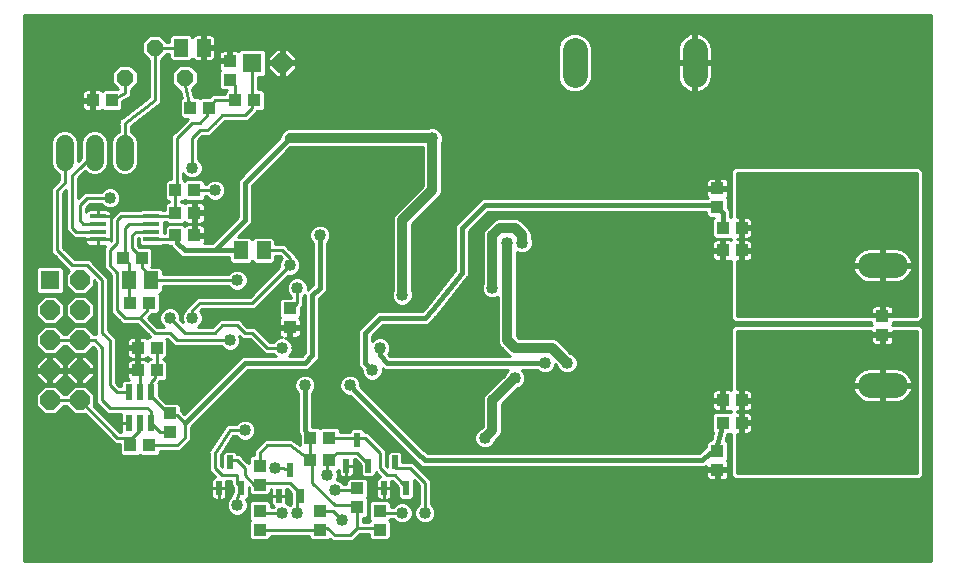
<source format=gbl>
G75*
%MOIN*%
%OFA0B0*%
%FSLAX25Y25*%
%IPPOS*%
%LPD*%
%AMOC8*
5,1,8,0,0,1.08239X$1,22.5*
%
%ADD10R,0.02100X0.04600*%
%ADD11R,0.05500X0.01700*%
%ADD12R,0.06400X0.06400*%
%ADD13OC8,0.06400*%
%ADD14R,0.04724X0.05906*%
%ADD15OC8,0.05600*%
%ADD16R,0.02200X0.05200*%
%ADD17C,0.06000*%
%ADD18R,0.03937X0.04331*%
%ADD19R,0.04331X0.03937*%
%ADD20C,0.19000*%
%ADD21C,0.08400*%
%ADD22C,0.01000*%
%ADD23C,0.04000*%
%ADD24C,0.03200*%
%ADD25C,0.01600*%
D10*
X0087800Y0037200D03*
X0095200Y0037200D03*
X0107800Y0034700D03*
X0115200Y0034700D03*
X0111500Y0043300D03*
X0130300Y0044700D03*
X0137700Y0044700D03*
X0146500Y0045800D03*
X0142800Y0037200D03*
X0150200Y0037200D03*
X0134000Y0053300D03*
X0091500Y0045800D03*
D11*
X0065400Y0120200D03*
X0065400Y0122700D03*
X0065400Y0125300D03*
X0065400Y0127800D03*
X0047600Y0127800D03*
X0047600Y0125300D03*
X0047600Y0122700D03*
X0047600Y0120200D03*
D12*
X0031500Y0106500D03*
X0099000Y0179000D03*
D13*
X0109000Y0179000D03*
X0041500Y0106500D03*
X0041500Y0096500D03*
X0031500Y0096500D03*
X0031500Y0086500D03*
X0041500Y0086500D03*
X0041500Y0076500D03*
X0031500Y0076500D03*
X0031500Y0066500D03*
X0041500Y0066500D03*
D14*
X0057750Y0106500D03*
X0065250Y0106500D03*
X0095250Y0116500D03*
X0102750Y0116500D03*
X0082750Y0184000D03*
X0075250Y0184000D03*
D15*
X0066500Y0184000D03*
X0056500Y0174000D03*
X0076500Y0174000D03*
D16*
X0065200Y0069100D03*
X0061500Y0069100D03*
X0057800Y0069100D03*
X0057800Y0058900D03*
X0061500Y0058900D03*
X0065200Y0058900D03*
D17*
X0056500Y0146000D02*
X0056500Y0152000D01*
X0046500Y0152000D02*
X0046500Y0146000D01*
X0036500Y0146000D02*
X0036500Y0152000D01*
D18*
X0045875Y0166500D03*
X0052125Y0166500D03*
X0078375Y0164000D03*
X0084625Y0164000D03*
X0093375Y0166500D03*
X0099625Y0166500D03*
X0079625Y0136500D03*
X0073375Y0136500D03*
X0073375Y0129000D03*
X0079625Y0129000D03*
X0079625Y0121500D03*
X0073375Y0121500D03*
X0062125Y0114000D03*
X0055875Y0114000D03*
X0058375Y0099000D03*
X0064625Y0099000D03*
X0067125Y0084000D03*
X0060875Y0084000D03*
X0060875Y0076500D03*
X0067125Y0076500D03*
X0064625Y0051500D03*
X0058375Y0051500D03*
X0118375Y0054000D03*
X0124625Y0054000D03*
X0124625Y0046500D03*
X0118375Y0046500D03*
X0255875Y0059000D03*
X0262125Y0059000D03*
X0262125Y0066500D03*
X0255875Y0066500D03*
X0255875Y0116500D03*
X0262125Y0116500D03*
X0262125Y0124000D03*
X0255875Y0124000D03*
D19*
X0254000Y0130875D03*
X0254000Y0137125D03*
X0309000Y0094625D03*
X0309000Y0088375D03*
X0254000Y0049625D03*
X0254000Y0043375D03*
X0141500Y0029625D03*
X0141500Y0023375D03*
X0134000Y0030875D03*
X0134000Y0037125D03*
X0121500Y0029625D03*
X0121500Y0023375D03*
X0101500Y0023375D03*
X0101500Y0029625D03*
X0101500Y0038375D03*
X0101500Y0044625D03*
X0071500Y0055875D03*
X0071500Y0062125D03*
X0111500Y0090875D03*
X0111500Y0097125D03*
X0091500Y0173375D03*
X0091500Y0179625D03*
D20*
X0036500Y0181500D03*
X0036500Y0026500D03*
X0311500Y0026500D03*
X0311500Y0181500D03*
D21*
X0246500Y0183200D02*
X0246500Y0174800D01*
X0206500Y0174800D02*
X0206500Y0183200D01*
X0304800Y0111500D02*
X0313200Y0111500D01*
X0313200Y0071500D02*
X0304800Y0071500D01*
D22*
X0023000Y0013000D02*
X0023000Y0195039D01*
X0325276Y0195039D01*
X0325276Y0013000D01*
X0023000Y0013000D01*
X0023000Y0013497D02*
X0325276Y0013497D01*
X0325276Y0014496D02*
X0023000Y0014496D01*
X0023000Y0015494D02*
X0325276Y0015494D01*
X0325276Y0016493D02*
X0023000Y0016493D01*
X0023000Y0017491D02*
X0325276Y0017491D01*
X0325276Y0018490D02*
X0023000Y0018490D01*
X0023000Y0019488D02*
X0325276Y0019488D01*
X0325276Y0020487D02*
X0144867Y0020487D01*
X0145165Y0020785D02*
X0145165Y0025965D01*
X0144630Y0026500D01*
X0145130Y0027000D01*
X0146050Y0027000D01*
X0147017Y0026033D01*
X0148304Y0025500D01*
X0149696Y0025500D01*
X0150983Y0026033D01*
X0151967Y0027017D01*
X0152500Y0028304D01*
X0152500Y0029696D01*
X0151967Y0030983D01*
X0150983Y0031967D01*
X0149696Y0032500D01*
X0148304Y0032500D01*
X0147017Y0031967D01*
X0146050Y0031000D01*
X0145165Y0031000D01*
X0145165Y0032215D01*
X0144287Y0033094D01*
X0138713Y0033094D01*
X0137835Y0032215D01*
X0137835Y0027035D01*
X0138370Y0026500D01*
X0137870Y0026000D01*
X0136000Y0026000D01*
X0136000Y0027406D01*
X0136787Y0027406D01*
X0137665Y0028285D01*
X0137665Y0033465D01*
X0137130Y0034000D01*
X0137665Y0034535D01*
X0137665Y0039715D01*
X0136787Y0040594D01*
X0131213Y0040594D01*
X0130335Y0039715D01*
X0130335Y0038500D01*
X0129450Y0038500D01*
X0128483Y0039467D01*
X0127196Y0040000D01*
X0127167Y0040000D01*
X0127500Y0040804D01*
X0127500Y0042196D01*
X0127230Y0042849D01*
X0127750Y0043370D01*
X0127750Y0042203D01*
X0127852Y0041821D01*
X0128050Y0041479D01*
X0128329Y0041200D01*
X0128671Y0041002D01*
X0129053Y0040900D01*
X0130275Y0040900D01*
X0130275Y0044675D01*
X0130325Y0044675D01*
X0130325Y0044725D01*
X0132850Y0044725D01*
X0132850Y0047000D01*
X0133172Y0047000D01*
X0135150Y0045022D01*
X0135150Y0041779D01*
X0136029Y0040900D01*
X0139371Y0040900D01*
X0140250Y0041779D01*
X0140250Y0042422D01*
X0141672Y0041000D01*
X0141553Y0041000D01*
X0141171Y0040898D01*
X0140829Y0040700D01*
X0140550Y0040421D01*
X0140352Y0040079D01*
X0140250Y0039697D01*
X0140250Y0037225D01*
X0142775Y0037225D01*
X0142775Y0037175D01*
X0142825Y0037175D01*
X0142825Y0037225D01*
X0145350Y0037225D01*
X0145350Y0039500D01*
X0145672Y0039500D01*
X0147446Y0037726D01*
X0147650Y0037419D01*
X0147650Y0034279D01*
X0148529Y0033400D01*
X0151871Y0033400D01*
X0152750Y0034279D01*
X0152750Y0039922D01*
X0154500Y0038172D01*
X0154500Y0031950D01*
X0153533Y0030983D01*
X0153000Y0029696D01*
X0153000Y0028304D01*
X0153533Y0027017D01*
X0154517Y0026033D01*
X0155804Y0025500D01*
X0157196Y0025500D01*
X0158483Y0026033D01*
X0159467Y0027017D01*
X0160000Y0028304D01*
X0160000Y0029696D01*
X0159467Y0030983D01*
X0158500Y0031950D01*
X0158500Y0039828D01*
X0153500Y0044828D01*
X0152328Y0046000D01*
X0149050Y0046000D01*
X0149050Y0048721D01*
X0148171Y0049600D01*
X0144829Y0049600D01*
X0143950Y0048721D01*
X0143950Y0044378D01*
X0143500Y0044828D01*
X0143500Y0049828D01*
X0138500Y0054828D01*
X0137328Y0056000D01*
X0136550Y0056000D01*
X0136550Y0056221D01*
X0135671Y0057100D01*
X0132329Y0057100D01*
X0131450Y0056221D01*
X0131450Y0056000D01*
X0128094Y0056000D01*
X0128094Y0056787D01*
X0127215Y0057665D01*
X0122035Y0057665D01*
X0121500Y0057130D01*
X0120965Y0057665D01*
X0118800Y0057665D01*
X0118800Y0068850D01*
X0119467Y0069517D01*
X0120000Y0070804D01*
X0120000Y0072196D01*
X0119467Y0073483D01*
X0118483Y0074467D01*
X0117196Y0075000D01*
X0115804Y0075000D01*
X0114517Y0074467D01*
X0113533Y0073483D01*
X0113000Y0072196D01*
X0113000Y0070804D01*
X0113533Y0069517D01*
X0114200Y0068850D01*
X0114200Y0056664D01*
X0114088Y0055882D01*
X0114200Y0055733D01*
X0114200Y0055547D01*
X0114758Y0054989D01*
X0114906Y0054792D01*
X0114906Y0051496D01*
X0112803Y0053025D01*
X0112328Y0053500D01*
X0112150Y0053500D01*
X0112006Y0053605D01*
X0111343Y0053500D01*
X0103172Y0053500D01*
X0102000Y0052328D01*
X0100672Y0051000D01*
X0100672Y0051000D01*
X0099500Y0049828D01*
X0099500Y0048094D01*
X0098713Y0048094D01*
X0097835Y0047215D01*
X0097835Y0045494D01*
X0097328Y0046000D01*
X0096000Y0047328D01*
X0094828Y0048500D01*
X0094050Y0048500D01*
X0094050Y0048721D01*
X0093171Y0049600D01*
X0089829Y0049600D01*
X0088950Y0048721D01*
X0088950Y0044378D01*
X0088500Y0044828D01*
X0088500Y0048394D01*
X0092570Y0054500D01*
X0093550Y0054500D01*
X0094517Y0053533D01*
X0095804Y0053000D01*
X0097196Y0053000D01*
X0098483Y0053533D01*
X0099467Y0054517D01*
X0100000Y0055804D01*
X0100000Y0057196D01*
X0099467Y0058483D01*
X0098483Y0059467D01*
X0097196Y0060000D01*
X0095804Y0060000D01*
X0094517Y0059467D01*
X0093550Y0058500D01*
X0092106Y0058500D01*
X0091920Y0058624D01*
X0091302Y0058500D01*
X0090672Y0058500D01*
X0090514Y0058342D01*
X0090295Y0058299D01*
X0089946Y0057774D01*
X0089500Y0057328D01*
X0089500Y0057106D01*
X0084946Y0050274D01*
X0084500Y0049828D01*
X0084500Y0049606D01*
X0084376Y0049420D01*
X0084500Y0048802D01*
X0084500Y0043172D01*
X0086672Y0041000D01*
X0086553Y0041000D01*
X0086171Y0040898D01*
X0085829Y0040700D01*
X0085550Y0040421D01*
X0085352Y0040079D01*
X0085250Y0039697D01*
X0085250Y0037225D01*
X0087775Y0037225D01*
X0087775Y0037175D01*
X0087825Y0037175D01*
X0087825Y0037225D01*
X0090350Y0037225D01*
X0090350Y0039500D01*
X0092000Y0039500D01*
X0092000Y0039198D01*
X0091876Y0038580D01*
X0092000Y0038394D01*
X0092000Y0038172D01*
X0092446Y0037726D01*
X0092650Y0037419D01*
X0092650Y0036096D01*
X0092279Y0035108D01*
X0092000Y0034828D01*
X0092000Y0034450D01*
X0091033Y0033483D01*
X0090500Y0032196D01*
X0090500Y0030804D01*
X0091033Y0029517D01*
X0092017Y0028533D01*
X0093304Y0028000D01*
X0094696Y0028000D01*
X0095983Y0028533D01*
X0096967Y0029517D01*
X0097500Y0030804D01*
X0097500Y0032196D01*
X0096967Y0033483D01*
X0096961Y0033489D01*
X0097750Y0034279D01*
X0097750Y0037422D01*
X0097835Y0037337D01*
X0097835Y0035785D01*
X0098713Y0034906D01*
X0104287Y0034906D01*
X0105165Y0035785D01*
X0105165Y0037000D01*
X0105250Y0037000D01*
X0105250Y0034725D01*
X0107775Y0034725D01*
X0107775Y0034675D01*
X0105250Y0034675D01*
X0105250Y0032203D01*
X0105352Y0031821D01*
X0105550Y0031479D01*
X0105829Y0031200D01*
X0106096Y0031046D01*
X0106050Y0031000D01*
X0105165Y0031000D01*
X0105165Y0032215D01*
X0104287Y0033094D01*
X0098713Y0033094D01*
X0097835Y0032215D01*
X0097835Y0027035D01*
X0098370Y0026500D01*
X0097835Y0025965D01*
X0097835Y0020785D01*
X0098713Y0019906D01*
X0104287Y0019906D01*
X0105165Y0020785D01*
X0105165Y0021375D01*
X0117835Y0021375D01*
X0117835Y0020785D01*
X0118713Y0019906D01*
X0124287Y0019906D01*
X0124776Y0020396D01*
X0125672Y0019500D01*
X0132328Y0019500D01*
X0134828Y0022000D01*
X0137835Y0022000D01*
X0137835Y0020785D01*
X0138713Y0019906D01*
X0144287Y0019906D01*
X0145165Y0020785D01*
X0145165Y0021485D02*
X0325276Y0021485D01*
X0325276Y0022484D02*
X0145165Y0022484D01*
X0145165Y0023482D02*
X0325276Y0023482D01*
X0325276Y0024481D02*
X0145165Y0024481D01*
X0145165Y0025479D02*
X0325276Y0025479D01*
X0325276Y0026478D02*
X0158927Y0026478D01*
X0159657Y0027476D02*
X0325276Y0027476D01*
X0325276Y0028475D02*
X0160000Y0028475D01*
X0160000Y0029473D02*
X0325276Y0029473D01*
X0325276Y0030472D02*
X0159679Y0030472D01*
X0158980Y0031470D02*
X0325276Y0031470D01*
X0325276Y0032469D02*
X0158500Y0032469D01*
X0158500Y0033467D02*
X0325276Y0033467D01*
X0325276Y0034466D02*
X0158500Y0034466D01*
X0158500Y0035464D02*
X0325276Y0035464D01*
X0325276Y0036463D02*
X0158500Y0036463D01*
X0158500Y0037461D02*
X0325276Y0037461D01*
X0325276Y0038460D02*
X0158500Y0038460D01*
X0158500Y0039458D02*
X0325276Y0039458D01*
X0325276Y0040457D02*
X0321474Y0040457D01*
X0321265Y0040248D02*
X0322437Y0041420D01*
X0322437Y0090576D01*
X0321265Y0091748D01*
X0312378Y0091748D01*
X0312665Y0092035D01*
X0312665Y0092748D01*
X0321265Y0092748D01*
X0322437Y0093920D01*
X0322437Y0143076D01*
X0321265Y0144248D01*
X0259609Y0144248D01*
X0258437Y0143076D01*
X0258437Y0127665D01*
X0258175Y0127665D01*
X0258175Y0129953D01*
X0257665Y0130462D01*
X0257665Y0133465D01*
X0257130Y0134000D01*
X0257366Y0134236D01*
X0257563Y0134578D01*
X0257665Y0134959D01*
X0257665Y0136641D01*
X0254484Y0136641D01*
X0254484Y0137609D01*
X0257665Y0137609D01*
X0257665Y0139291D01*
X0257563Y0139673D01*
X0257366Y0140015D01*
X0257086Y0140294D01*
X0256744Y0140491D01*
X0256363Y0140594D01*
X0254484Y0140594D01*
X0254484Y0137610D01*
X0253516Y0137610D01*
X0253516Y0140594D01*
X0251637Y0140594D01*
X0251256Y0140491D01*
X0250914Y0140294D01*
X0250634Y0140015D01*
X0250437Y0139673D01*
X0250335Y0139291D01*
X0250335Y0137609D01*
X0253516Y0137609D01*
X0253516Y0136641D01*
X0250335Y0136641D01*
X0250335Y0134959D01*
X0250437Y0134578D01*
X0250634Y0134236D01*
X0250870Y0134000D01*
X0250670Y0133800D01*
X0175547Y0133800D01*
X0174200Y0132453D01*
X0168047Y0126300D01*
X0166700Y0124953D01*
X0166700Y0109807D01*
X0157284Y0098036D01*
X0155547Y0096300D01*
X0140547Y0096300D01*
X0134200Y0089953D01*
X0134200Y0078047D01*
X0135500Y0076747D01*
X0135500Y0075804D01*
X0136033Y0074517D01*
X0137017Y0073533D01*
X0138304Y0073000D01*
X0139696Y0073000D01*
X0140983Y0073533D01*
X0141967Y0074517D01*
X0142500Y0075804D01*
X0142500Y0077196D01*
X0142464Y0077284D01*
X0143047Y0076700D01*
X0184250Y0076700D01*
X0183533Y0075983D01*
X0183133Y0075017D01*
X0177244Y0069128D01*
X0176372Y0068256D01*
X0175900Y0067117D01*
X0175900Y0057784D01*
X0175483Y0057367D01*
X0174517Y0056967D01*
X0173533Y0055983D01*
X0173000Y0054696D01*
X0173000Y0053304D01*
X0173533Y0052017D01*
X0174517Y0051033D01*
X0175804Y0050500D01*
X0177196Y0050500D01*
X0178483Y0051033D01*
X0179467Y0052017D01*
X0179867Y0052983D01*
X0181628Y0054744D01*
X0182100Y0055883D01*
X0182100Y0065216D01*
X0187517Y0070633D01*
X0188483Y0071033D01*
X0189467Y0072017D01*
X0190000Y0073304D01*
X0190000Y0074696D01*
X0189467Y0075983D01*
X0188750Y0076700D01*
X0193850Y0076700D01*
X0194517Y0076033D01*
X0195804Y0075500D01*
X0197196Y0075500D01*
X0198483Y0076033D01*
X0199467Y0077017D01*
X0200000Y0078304D01*
X0200000Y0078616D01*
X0200633Y0077983D01*
X0201033Y0077017D01*
X0202017Y0076033D01*
X0203304Y0075500D01*
X0204696Y0075500D01*
X0205983Y0076033D01*
X0206967Y0077017D01*
X0207500Y0078304D01*
X0207500Y0079696D01*
X0206967Y0080983D01*
X0205983Y0081967D01*
X0205017Y0082367D01*
X0201628Y0085756D01*
X0200756Y0086628D01*
X0199617Y0087100D01*
X0187784Y0087100D01*
X0187100Y0087784D01*
X0187100Y0115999D01*
X0188304Y0115500D01*
X0189696Y0115500D01*
X0190983Y0116033D01*
X0191967Y0117017D01*
X0192500Y0118304D01*
X0192500Y0119696D01*
X0192100Y0120662D01*
X0192100Y0122117D01*
X0191628Y0123256D01*
X0189128Y0125756D01*
X0188256Y0126628D01*
X0187117Y0127100D01*
X0180883Y0127100D01*
X0179744Y0126628D01*
X0177244Y0124128D01*
X0176372Y0123256D01*
X0175900Y0122117D01*
X0175900Y0105662D01*
X0175500Y0104696D01*
X0175500Y0103304D01*
X0176033Y0102017D01*
X0177017Y0101033D01*
X0178304Y0100500D01*
X0179696Y0100500D01*
X0180900Y0100999D01*
X0180900Y0085883D01*
X0181372Y0084744D01*
X0182244Y0083872D01*
X0184744Y0081372D01*
X0184918Y0081300D01*
X0144953Y0081300D01*
X0144351Y0081901D01*
X0144467Y0082017D01*
X0145000Y0083304D01*
X0145000Y0084696D01*
X0144467Y0085983D01*
X0143483Y0086967D01*
X0142196Y0087500D01*
X0140804Y0087500D01*
X0139517Y0086967D01*
X0138800Y0086250D01*
X0138800Y0088047D01*
X0142453Y0091700D01*
X0157453Y0091700D01*
X0158800Y0093047D01*
X0160056Y0094303D01*
X0160201Y0094319D01*
X0160716Y0094964D01*
X0161300Y0095547D01*
X0161300Y0095693D01*
X0170716Y0107464D01*
X0171300Y0108047D01*
X0171300Y0108193D01*
X0171391Y0108307D01*
X0171300Y0109127D01*
X0171300Y0123047D01*
X0177453Y0129200D01*
X0250335Y0129200D01*
X0250335Y0128285D01*
X0251213Y0127406D01*
X0253026Y0127406D01*
X0252406Y0126787D01*
X0252406Y0121213D01*
X0253285Y0120335D01*
X0258437Y0120335D01*
X0258437Y0120055D01*
X0258422Y0120063D01*
X0258041Y0120165D01*
X0256359Y0120165D01*
X0256359Y0116984D01*
X0255391Y0116984D01*
X0255391Y0120165D01*
X0253709Y0120165D01*
X0253327Y0120063D01*
X0252985Y0119866D01*
X0252706Y0119586D01*
X0252509Y0119244D01*
X0252406Y0118863D01*
X0252406Y0116984D01*
X0255390Y0116984D01*
X0255390Y0116016D01*
X0252406Y0116016D01*
X0252406Y0114137D01*
X0252509Y0113756D01*
X0252706Y0113414D01*
X0252985Y0113134D01*
X0253327Y0112937D01*
X0253709Y0112835D01*
X0255391Y0112835D01*
X0255391Y0116016D01*
X0256359Y0116016D01*
X0256359Y0112835D01*
X0258041Y0112835D01*
X0258422Y0112937D01*
X0258437Y0112945D01*
X0258437Y0093920D01*
X0259609Y0092748D01*
X0305335Y0092748D01*
X0305335Y0092035D01*
X0305622Y0091748D01*
X0259609Y0091748D01*
X0258437Y0090576D01*
X0258437Y0070055D01*
X0258422Y0070063D01*
X0258041Y0070165D01*
X0256359Y0070165D01*
X0256359Y0066984D01*
X0255391Y0066984D01*
X0255391Y0070165D01*
X0253709Y0070165D01*
X0253327Y0070063D01*
X0252985Y0069866D01*
X0252706Y0069586D01*
X0252509Y0069244D01*
X0252406Y0068863D01*
X0252406Y0066984D01*
X0255390Y0066984D01*
X0255390Y0066016D01*
X0252406Y0066016D01*
X0252406Y0064137D01*
X0252509Y0063756D01*
X0252706Y0063414D01*
X0252985Y0063134D01*
X0253327Y0062937D01*
X0253709Y0062835D01*
X0255391Y0062835D01*
X0255391Y0066016D01*
X0256359Y0066016D01*
X0256359Y0062835D01*
X0258041Y0062835D01*
X0258422Y0062937D01*
X0258437Y0062945D01*
X0258437Y0062665D01*
X0253285Y0062665D01*
X0252406Y0061787D01*
X0252406Y0056213D01*
X0252727Y0055892D01*
X0252028Y0053094D01*
X0251213Y0053094D01*
X0250335Y0052215D01*
X0250335Y0051087D01*
X0250324Y0051077D01*
X0250018Y0051000D01*
X0249673Y0050426D01*
X0248047Y0048800D01*
X0157453Y0048800D01*
X0156300Y0049953D01*
X0136300Y0069953D01*
X0135000Y0071253D01*
X0135000Y0072196D01*
X0134467Y0073483D01*
X0133483Y0074467D01*
X0132196Y0075000D01*
X0130804Y0075000D01*
X0129517Y0074467D01*
X0128533Y0073483D01*
X0128000Y0072196D01*
X0128000Y0070804D01*
X0128533Y0069517D01*
X0129517Y0068533D01*
X0130804Y0068000D01*
X0131747Y0068000D01*
X0133047Y0066700D01*
X0153047Y0046700D01*
X0155547Y0044200D01*
X0249953Y0044200D01*
X0250335Y0044582D01*
X0250335Y0043859D01*
X0253516Y0043859D01*
X0253516Y0042891D01*
X0250335Y0042891D01*
X0250335Y0041209D01*
X0250437Y0040827D01*
X0250634Y0040485D01*
X0250914Y0040206D01*
X0251256Y0040009D01*
X0251637Y0039906D01*
X0253516Y0039906D01*
X0253516Y0042890D01*
X0254484Y0042890D01*
X0254484Y0039906D01*
X0256363Y0039906D01*
X0256744Y0040009D01*
X0257086Y0040206D01*
X0257366Y0040485D01*
X0257563Y0040827D01*
X0257665Y0041209D01*
X0257665Y0042891D01*
X0254484Y0042891D01*
X0254484Y0043859D01*
X0257665Y0043859D01*
X0257665Y0045541D01*
X0257563Y0045922D01*
X0257366Y0046264D01*
X0257130Y0046500D01*
X0257665Y0047035D01*
X0257665Y0052215D01*
X0256787Y0053094D01*
X0256769Y0053094D01*
X0257329Y0055335D01*
X0258437Y0055335D01*
X0258437Y0041420D01*
X0259609Y0040248D01*
X0321265Y0040248D01*
X0322437Y0041455D02*
X0325276Y0041455D01*
X0325276Y0042454D02*
X0322437Y0042454D01*
X0322437Y0043452D02*
X0325276Y0043452D01*
X0325276Y0044451D02*
X0322437Y0044451D01*
X0322437Y0045449D02*
X0325276Y0045449D01*
X0325276Y0046448D02*
X0322437Y0046448D01*
X0322437Y0047446D02*
X0325276Y0047446D01*
X0325276Y0048445D02*
X0322437Y0048445D01*
X0322437Y0049443D02*
X0325276Y0049443D01*
X0325276Y0050442D02*
X0322437Y0050442D01*
X0322437Y0051440D02*
X0325276Y0051440D01*
X0325276Y0052439D02*
X0322437Y0052439D01*
X0322437Y0053437D02*
X0325276Y0053437D01*
X0325276Y0054436D02*
X0322437Y0054436D01*
X0322437Y0055434D02*
X0325276Y0055434D01*
X0325276Y0056433D02*
X0322437Y0056433D01*
X0322437Y0057432D02*
X0325276Y0057432D01*
X0325276Y0058430D02*
X0322437Y0058430D01*
X0322437Y0059429D02*
X0325276Y0059429D01*
X0325276Y0060427D02*
X0322437Y0060427D01*
X0322437Y0061426D02*
X0325276Y0061426D01*
X0325276Y0062424D02*
X0322437Y0062424D01*
X0322437Y0063423D02*
X0325276Y0063423D01*
X0325276Y0064421D02*
X0322437Y0064421D01*
X0322437Y0065420D02*
X0325276Y0065420D01*
X0325276Y0066418D02*
X0322437Y0066418D01*
X0322437Y0067417D02*
X0325276Y0067417D01*
X0325276Y0068415D02*
X0322437Y0068415D01*
X0322437Y0069414D02*
X0325276Y0069414D01*
X0325276Y0070412D02*
X0322437Y0070412D01*
X0322437Y0071411D02*
X0325276Y0071411D01*
X0325276Y0072409D02*
X0322437Y0072409D01*
X0322437Y0073408D02*
X0325276Y0073408D01*
X0325276Y0074406D02*
X0322437Y0074406D01*
X0322437Y0075405D02*
X0325276Y0075405D01*
X0325276Y0076403D02*
X0322437Y0076403D01*
X0322437Y0077402D02*
X0325276Y0077402D01*
X0325276Y0078400D02*
X0322437Y0078400D01*
X0322437Y0079399D02*
X0325276Y0079399D01*
X0325276Y0080397D02*
X0322437Y0080397D01*
X0322437Y0081396D02*
X0325276Y0081396D01*
X0325276Y0082394D02*
X0322437Y0082394D01*
X0322437Y0083393D02*
X0325276Y0083393D01*
X0325276Y0084391D02*
X0322437Y0084391D01*
X0322437Y0085390D02*
X0325276Y0085390D01*
X0325276Y0086388D02*
X0322437Y0086388D01*
X0322437Y0087387D02*
X0325276Y0087387D01*
X0325276Y0088385D02*
X0322437Y0088385D01*
X0322437Y0089384D02*
X0325276Y0089384D01*
X0325276Y0090382D02*
X0322437Y0090382D01*
X0321633Y0091381D02*
X0325276Y0091381D01*
X0325276Y0092379D02*
X0312665Y0092379D01*
X0312665Y0089748D02*
X0320437Y0089748D01*
X0320437Y0042248D01*
X0260437Y0042248D01*
X0260437Y0055335D01*
X0261641Y0055335D01*
X0261641Y0058516D01*
X0262609Y0058516D01*
X0262609Y0055335D01*
X0264291Y0055335D01*
X0264673Y0055437D01*
X0265015Y0055634D01*
X0265294Y0055914D01*
X0265491Y0056256D01*
X0265594Y0056637D01*
X0265594Y0058516D01*
X0262610Y0058516D01*
X0262610Y0059484D01*
X0265594Y0059484D01*
X0265594Y0061363D01*
X0265491Y0061744D01*
X0265294Y0062086D01*
X0265015Y0062366D01*
X0264673Y0062563D01*
X0264291Y0062665D01*
X0262609Y0062665D01*
X0262609Y0059484D01*
X0261641Y0059484D01*
X0261641Y0062665D01*
X0260437Y0062665D01*
X0260437Y0062835D01*
X0261641Y0062835D01*
X0261641Y0066016D01*
X0262609Y0066016D01*
X0262609Y0062835D01*
X0264291Y0062835D01*
X0264673Y0062937D01*
X0265015Y0063134D01*
X0265294Y0063414D01*
X0265491Y0063756D01*
X0265594Y0064137D01*
X0265594Y0066016D01*
X0262610Y0066016D01*
X0262610Y0066984D01*
X0265594Y0066984D01*
X0265594Y0068863D01*
X0265491Y0069244D01*
X0265294Y0069586D01*
X0265015Y0069866D01*
X0264673Y0070063D01*
X0264291Y0070165D01*
X0262609Y0070165D01*
X0262609Y0066984D01*
X0261641Y0066984D01*
X0261641Y0070165D01*
X0260437Y0070165D01*
X0260437Y0089748D01*
X0305335Y0089748D01*
X0305335Y0088859D01*
X0308516Y0088859D01*
X0308516Y0087891D01*
X0305335Y0087891D01*
X0305335Y0086209D01*
X0305437Y0085827D01*
X0305634Y0085485D01*
X0305914Y0085206D01*
X0306256Y0085009D01*
X0306637Y0084906D01*
X0308516Y0084906D01*
X0308516Y0087890D01*
X0309484Y0087890D01*
X0309484Y0084906D01*
X0311363Y0084906D01*
X0311744Y0085009D01*
X0312086Y0085206D01*
X0312366Y0085485D01*
X0312563Y0085827D01*
X0312665Y0086209D01*
X0312665Y0087891D01*
X0309484Y0087891D01*
X0309484Y0088859D01*
X0312665Y0088859D01*
X0312665Y0089748D01*
X0312665Y0089384D02*
X0320437Y0089384D01*
X0320437Y0088385D02*
X0309484Y0088385D01*
X0308516Y0088385D02*
X0260437Y0088385D01*
X0260437Y0087387D02*
X0305335Y0087387D01*
X0305335Y0086388D02*
X0260437Y0086388D01*
X0260437Y0085390D02*
X0305730Y0085390D01*
X0308516Y0085390D02*
X0309484Y0085390D01*
X0309484Y0086388D02*
X0308516Y0086388D01*
X0308516Y0087387D02*
X0309484Y0087387D01*
X0312665Y0087387D02*
X0320437Y0087387D01*
X0320437Y0086388D02*
X0312665Y0086388D01*
X0312270Y0085390D02*
X0320437Y0085390D01*
X0320437Y0084391D02*
X0260437Y0084391D01*
X0260437Y0083393D02*
X0320437Y0083393D01*
X0320437Y0082394D02*
X0260437Y0082394D01*
X0260437Y0081396D02*
X0320437Y0081396D01*
X0320437Y0080397D02*
X0260437Y0080397D01*
X0260437Y0079399D02*
X0320437Y0079399D01*
X0320437Y0078400D02*
X0260437Y0078400D01*
X0260437Y0077402D02*
X0320437Y0077402D01*
X0320437Y0076403D02*
X0316132Y0076403D01*
X0316187Y0076375D02*
X0315388Y0076782D01*
X0314535Y0077060D01*
X0313649Y0077200D01*
X0309500Y0077200D01*
X0309500Y0072000D01*
X0308500Y0072000D01*
X0308500Y0077200D01*
X0304351Y0077200D01*
X0303465Y0077060D01*
X0302612Y0076782D01*
X0301813Y0076375D01*
X0301087Y0075848D01*
X0300452Y0075213D01*
X0299925Y0074487D01*
X0299518Y0073688D01*
X0299240Y0072835D01*
X0299108Y0072000D01*
X0308500Y0072000D01*
X0308500Y0071000D01*
X0309500Y0071000D01*
X0309500Y0072000D01*
X0318892Y0072000D01*
X0318760Y0072835D01*
X0318482Y0073688D01*
X0318075Y0074487D01*
X0317548Y0075213D01*
X0316913Y0075848D01*
X0316187Y0076375D01*
X0317356Y0075405D02*
X0320437Y0075405D01*
X0320437Y0074406D02*
X0318116Y0074406D01*
X0318573Y0073408D02*
X0320437Y0073408D01*
X0320437Y0072409D02*
X0318827Y0072409D01*
X0318892Y0071000D02*
X0309500Y0071000D01*
X0309500Y0065800D01*
X0313649Y0065800D01*
X0314535Y0065940D01*
X0315388Y0066218D01*
X0316187Y0066625D01*
X0316913Y0067152D01*
X0317548Y0067787D01*
X0318075Y0068513D01*
X0318482Y0069312D01*
X0318760Y0070165D01*
X0318892Y0071000D01*
X0318799Y0070412D02*
X0320437Y0070412D01*
X0320437Y0069414D02*
X0318515Y0069414D01*
X0318004Y0068415D02*
X0320437Y0068415D01*
X0320437Y0067417D02*
X0317178Y0067417D01*
X0315782Y0066418D02*
X0320437Y0066418D01*
X0320437Y0065420D02*
X0265594Y0065420D01*
X0265594Y0064421D02*
X0320437Y0064421D01*
X0320437Y0063423D02*
X0265299Y0063423D01*
X0264913Y0062424D02*
X0320437Y0062424D01*
X0320437Y0061426D02*
X0265577Y0061426D01*
X0265594Y0060427D02*
X0320437Y0060427D01*
X0320437Y0059429D02*
X0262610Y0059429D01*
X0262609Y0060427D02*
X0261641Y0060427D01*
X0261641Y0061426D02*
X0262609Y0061426D01*
X0262609Y0062424D02*
X0261641Y0062424D01*
X0261641Y0063423D02*
X0262609Y0063423D01*
X0262609Y0064421D02*
X0261641Y0064421D01*
X0261641Y0065420D02*
X0262609Y0065420D01*
X0262610Y0066418D02*
X0302218Y0066418D01*
X0302612Y0066218D02*
X0303465Y0065940D01*
X0304351Y0065800D01*
X0308500Y0065800D01*
X0308500Y0071000D01*
X0299108Y0071000D01*
X0299240Y0070165D01*
X0299518Y0069312D01*
X0299925Y0068513D01*
X0300452Y0067787D01*
X0301087Y0067152D01*
X0301813Y0066625D01*
X0302612Y0066218D01*
X0300822Y0067417D02*
X0265594Y0067417D01*
X0265594Y0068415D02*
X0299996Y0068415D01*
X0299485Y0069414D02*
X0265394Y0069414D01*
X0262609Y0069414D02*
X0261641Y0069414D01*
X0261641Y0068415D02*
X0262609Y0068415D01*
X0262609Y0067417D02*
X0261641Y0067417D01*
X0260437Y0070412D02*
X0299201Y0070412D01*
X0299173Y0072409D02*
X0260437Y0072409D01*
X0260437Y0071411D02*
X0308500Y0071411D01*
X0308500Y0072409D02*
X0309500Y0072409D01*
X0309500Y0071411D02*
X0320437Y0071411D01*
X0309500Y0070412D02*
X0308500Y0070412D01*
X0308500Y0069414D02*
X0309500Y0069414D01*
X0309500Y0068415D02*
X0308500Y0068415D01*
X0308500Y0067417D02*
X0309500Y0067417D01*
X0309500Y0066418D02*
X0308500Y0066418D01*
X0308500Y0073408D02*
X0309500Y0073408D01*
X0309500Y0074406D02*
X0308500Y0074406D01*
X0308500Y0075405D02*
X0309500Y0075405D01*
X0309500Y0076403D02*
X0308500Y0076403D01*
X0301868Y0076403D02*
X0260437Y0076403D01*
X0260437Y0075405D02*
X0300644Y0075405D01*
X0299884Y0074406D02*
X0260437Y0074406D01*
X0260437Y0073408D02*
X0299427Y0073408D01*
X0320437Y0058430D02*
X0265594Y0058430D01*
X0265594Y0057432D02*
X0320437Y0057432D01*
X0320437Y0056433D02*
X0265539Y0056433D01*
X0264664Y0055434D02*
X0320437Y0055434D01*
X0320437Y0054436D02*
X0260437Y0054436D01*
X0260437Y0053437D02*
X0320437Y0053437D01*
X0320437Y0052439D02*
X0260437Y0052439D01*
X0260437Y0051440D02*
X0320437Y0051440D01*
X0320437Y0050442D02*
X0260437Y0050442D01*
X0260437Y0049443D02*
X0320437Y0049443D01*
X0320437Y0048445D02*
X0260437Y0048445D01*
X0260437Y0047446D02*
X0320437Y0047446D01*
X0320437Y0046448D02*
X0260437Y0046448D01*
X0260437Y0045449D02*
X0320437Y0045449D01*
X0320437Y0044451D02*
X0260437Y0044451D01*
X0260437Y0043452D02*
X0320437Y0043452D01*
X0320437Y0042454D02*
X0260437Y0042454D01*
X0258437Y0042454D02*
X0257665Y0042454D01*
X0257665Y0041455D02*
X0258437Y0041455D01*
X0259400Y0040457D02*
X0257337Y0040457D01*
X0254484Y0040457D02*
X0253516Y0040457D01*
X0253516Y0041455D02*
X0254484Y0041455D01*
X0254484Y0042454D02*
X0253516Y0042454D01*
X0253516Y0043452D02*
X0154876Y0043452D01*
X0155296Y0044451D02*
X0153878Y0044451D01*
X0154298Y0045449D02*
X0152879Y0045449D01*
X0153299Y0046448D02*
X0149050Y0046448D01*
X0149050Y0047446D02*
X0152301Y0047446D01*
X0151302Y0048445D02*
X0149050Y0048445D01*
X0148328Y0049443D02*
X0150304Y0049443D01*
X0149305Y0050442D02*
X0142886Y0050442D01*
X0143500Y0049443D02*
X0144672Y0049443D01*
X0143950Y0048445D02*
X0143500Y0048445D01*
X0143500Y0047446D02*
X0143950Y0047446D01*
X0143950Y0046448D02*
X0143500Y0046448D01*
X0143500Y0045449D02*
X0143950Y0045449D01*
X0143950Y0044451D02*
X0143878Y0044451D01*
X0141500Y0044000D02*
X0144000Y0041500D01*
X0146500Y0041500D01*
X0149000Y0039000D01*
X0150200Y0037200D01*
X0152750Y0037461D02*
X0154500Y0037461D01*
X0154500Y0036463D02*
X0152750Y0036463D01*
X0152750Y0035464D02*
X0154500Y0035464D01*
X0154500Y0034466D02*
X0152750Y0034466D01*
X0151939Y0033467D02*
X0154500Y0033467D01*
X0154500Y0032469D02*
X0149772Y0032469D01*
X0148228Y0032469D02*
X0144912Y0032469D01*
X0145165Y0031470D02*
X0146520Y0031470D01*
X0148461Y0033467D02*
X0144298Y0033467D01*
X0144429Y0033502D02*
X0144771Y0033700D01*
X0145050Y0033979D01*
X0145248Y0034321D01*
X0145350Y0034703D01*
X0145350Y0037175D01*
X0142825Y0037175D01*
X0142825Y0033400D01*
X0144047Y0033400D01*
X0144429Y0033502D01*
X0145287Y0034466D02*
X0147650Y0034466D01*
X0147650Y0035464D02*
X0145350Y0035464D01*
X0145350Y0036463D02*
X0147650Y0036463D01*
X0147622Y0037461D02*
X0145350Y0037461D01*
X0145350Y0038460D02*
X0146712Y0038460D01*
X0145713Y0039458D02*
X0145350Y0039458D01*
X0142775Y0037175D02*
X0142775Y0033400D01*
X0141553Y0033400D01*
X0141171Y0033502D01*
X0140829Y0033700D01*
X0140550Y0033979D01*
X0140352Y0034321D01*
X0140250Y0034703D01*
X0140250Y0037175D01*
X0142775Y0037175D01*
X0142775Y0036463D02*
X0142825Y0036463D01*
X0142825Y0035464D02*
X0142775Y0035464D01*
X0142775Y0034466D02*
X0142825Y0034466D01*
X0142825Y0033467D02*
X0142775Y0033467D01*
X0141302Y0033467D02*
X0137663Y0033467D01*
X0137665Y0032469D02*
X0138088Y0032469D01*
X0137835Y0031470D02*
X0137665Y0031470D01*
X0137665Y0030472D02*
X0137835Y0030472D01*
X0137835Y0029473D02*
X0137665Y0029473D01*
X0137665Y0028475D02*
X0137835Y0028475D01*
X0137835Y0027476D02*
X0136857Y0027476D01*
X0136000Y0026478D02*
X0138348Y0026478D01*
X0139000Y0024000D02*
X0134000Y0024000D01*
X0134000Y0030875D01*
X0131500Y0031500D01*
X0126500Y0031500D01*
X0119000Y0039000D01*
X0119000Y0046500D01*
X0118375Y0046500D01*
X0111500Y0051500D01*
X0104000Y0051500D01*
X0101500Y0049000D01*
X0101500Y0044625D01*
X0097835Y0046448D02*
X0096881Y0046448D01*
X0097328Y0046000D02*
X0097328Y0046000D01*
X0098066Y0047446D02*
X0095882Y0047446D01*
X0094883Y0048445D02*
X0099500Y0048445D01*
X0099500Y0049443D02*
X0093328Y0049443D01*
X0090531Y0051440D02*
X0101112Y0051440D01*
X0102000Y0052328D02*
X0102000Y0052328D01*
X0102111Y0052439D02*
X0091196Y0052439D01*
X0091862Y0053437D02*
X0094748Y0053437D01*
X0093614Y0054436D02*
X0092528Y0054436D01*
X0091500Y0056500D02*
X0086500Y0049000D01*
X0086500Y0044000D01*
X0089000Y0041500D01*
X0094000Y0041500D01*
X0094000Y0039000D01*
X0095200Y0037200D01*
X0094000Y0034000D01*
X0094000Y0031500D01*
X0097500Y0031470D02*
X0097835Y0031470D01*
X0097835Y0030472D02*
X0097362Y0030472D01*
X0096923Y0029473D02*
X0097835Y0029473D01*
X0097835Y0028475D02*
X0095842Y0028475D01*
X0097835Y0027476D02*
X0023000Y0027476D01*
X0023000Y0026478D02*
X0098348Y0026478D01*
X0097835Y0025479D02*
X0023000Y0025479D01*
X0023000Y0024481D02*
X0097835Y0024481D01*
X0097835Y0023482D02*
X0023000Y0023482D01*
X0023000Y0022484D02*
X0097835Y0022484D01*
X0097835Y0021485D02*
X0023000Y0021485D01*
X0023000Y0020487D02*
X0098133Y0020487D01*
X0101500Y0023375D02*
X0121500Y0023375D01*
X0124000Y0024000D01*
X0126500Y0021500D01*
X0131500Y0021500D01*
X0134000Y0024000D01*
X0134314Y0021485D02*
X0137835Y0021485D01*
X0138133Y0020487D02*
X0133315Y0020487D01*
X0139000Y0024000D02*
X0141500Y0023375D01*
X0144652Y0026478D02*
X0146573Y0026478D01*
X0149000Y0029000D02*
X0141500Y0029000D01*
X0141500Y0029625D01*
X0140313Y0034466D02*
X0137596Y0034466D01*
X0137665Y0035464D02*
X0140250Y0035464D01*
X0140250Y0036463D02*
X0137665Y0036463D01*
X0137665Y0037461D02*
X0140250Y0037461D01*
X0140250Y0038460D02*
X0137665Y0038460D01*
X0137665Y0039458D02*
X0140250Y0039458D01*
X0140586Y0040457D02*
X0136924Y0040457D01*
X0135473Y0041455D02*
X0132527Y0041455D01*
X0132550Y0041479D02*
X0132748Y0041821D01*
X0132850Y0042203D01*
X0132850Y0044675D01*
X0130325Y0044675D01*
X0130325Y0040900D01*
X0131547Y0040900D01*
X0131929Y0041002D01*
X0132271Y0041200D01*
X0132550Y0041479D01*
X0132850Y0042454D02*
X0135150Y0042454D01*
X0135150Y0043452D02*
X0132850Y0043452D01*
X0132850Y0044451D02*
X0135150Y0044451D01*
X0134722Y0045449D02*
X0132850Y0045449D01*
X0132850Y0046448D02*
X0133724Y0046448D01*
X0134000Y0049000D02*
X0137700Y0045300D01*
X0137700Y0044700D01*
X0141500Y0044000D02*
X0141500Y0049000D01*
X0136500Y0054000D01*
X0134700Y0054000D01*
X0134000Y0053300D01*
X0133300Y0054000D01*
X0131500Y0054000D01*
X0124625Y0054000D01*
X0128094Y0056433D02*
X0131662Y0056433D01*
X0127449Y0057432D02*
X0142316Y0057432D01*
X0141317Y0058430D02*
X0118800Y0058430D01*
X0118800Y0059429D02*
X0140319Y0059429D01*
X0139320Y0060427D02*
X0118800Y0060427D01*
X0118800Y0061426D02*
X0138322Y0061426D01*
X0137323Y0062424D02*
X0118800Y0062424D01*
X0118800Y0063423D02*
X0136325Y0063423D01*
X0135326Y0064421D02*
X0118800Y0064421D01*
X0118800Y0065420D02*
X0134328Y0065420D01*
X0133329Y0066418D02*
X0118800Y0066418D01*
X0118800Y0067417D02*
X0132331Y0067417D01*
X0129802Y0068415D02*
X0118800Y0068415D01*
X0119363Y0069414D02*
X0128637Y0069414D01*
X0128162Y0070412D02*
X0119838Y0070412D01*
X0120000Y0071411D02*
X0128000Y0071411D01*
X0128088Y0072409D02*
X0119912Y0072409D01*
X0119498Y0073408D02*
X0128502Y0073408D01*
X0129456Y0074406D02*
X0118544Y0074406D01*
X0117453Y0076700D02*
X0118800Y0078047D01*
X0121300Y0080547D01*
X0121300Y0100547D01*
X0123800Y0103047D01*
X0123800Y0118850D01*
X0124467Y0119517D01*
X0125000Y0120804D01*
X0125000Y0122196D01*
X0124467Y0123483D01*
X0123483Y0124467D01*
X0122196Y0125000D01*
X0120804Y0125000D01*
X0119517Y0124467D01*
X0118533Y0123483D01*
X0118000Y0122196D01*
X0118000Y0120804D01*
X0118533Y0119517D01*
X0119200Y0118850D01*
X0119200Y0104953D01*
X0118047Y0103800D01*
X0117464Y0103216D01*
X0117500Y0103304D01*
X0117500Y0104696D01*
X0116967Y0105983D01*
X0115983Y0106967D01*
X0114696Y0107500D01*
X0113304Y0107500D01*
X0112017Y0106967D01*
X0111033Y0105983D01*
X0110500Y0104696D01*
X0110500Y0103304D01*
X0111033Y0102017D01*
X0112000Y0101050D01*
X0112000Y0100594D01*
X0108713Y0100594D01*
X0107835Y0099715D01*
X0107835Y0094535D01*
X0108370Y0094000D01*
X0108134Y0093764D01*
X0107937Y0093422D01*
X0107835Y0093041D01*
X0107835Y0091359D01*
X0111016Y0091359D01*
X0111016Y0090391D01*
X0107835Y0090391D01*
X0107835Y0088709D01*
X0107937Y0088327D01*
X0108134Y0087985D01*
X0108414Y0087706D01*
X0108756Y0087509D01*
X0108788Y0087500D01*
X0108304Y0087500D01*
X0107017Y0086967D01*
X0106050Y0086000D01*
X0104828Y0086000D01*
X0101000Y0089828D01*
X0099828Y0091000D01*
X0097328Y0091000D01*
X0096000Y0092328D01*
X0094828Y0093500D01*
X0088172Y0093500D01*
X0085672Y0091000D01*
X0080903Y0091000D01*
X0080983Y0091033D01*
X0081967Y0092017D01*
X0082500Y0093304D01*
X0082500Y0094696D01*
X0081967Y0095983D01*
X0081639Y0096311D01*
X0082328Y0097000D01*
X0099828Y0097000D01*
X0110828Y0108000D01*
X0112196Y0108000D01*
X0113483Y0108533D01*
X0114467Y0109517D01*
X0115000Y0110804D01*
X0115000Y0112196D01*
X0114467Y0113483D01*
X0113500Y0114450D01*
X0113500Y0114828D01*
X0111000Y0117328D01*
X0109828Y0118500D01*
X0106612Y0118500D01*
X0106612Y0120074D01*
X0105734Y0120953D01*
X0099766Y0120953D01*
X0099000Y0120186D01*
X0098234Y0120953D01*
X0094205Y0120953D01*
X0098800Y0125547D01*
X0098800Y0138047D01*
X0111653Y0150900D01*
X0155900Y0150900D01*
X0155900Y0137784D01*
X0147244Y0129128D01*
X0146372Y0128256D01*
X0145900Y0127117D01*
X0145900Y0103162D01*
X0145500Y0102196D01*
X0145500Y0100804D01*
X0146033Y0099517D01*
X0147017Y0098533D01*
X0148304Y0098000D01*
X0149696Y0098000D01*
X0150983Y0098533D01*
X0151967Y0099517D01*
X0152500Y0100804D01*
X0152500Y0102196D01*
X0152100Y0103162D01*
X0152100Y0125216D01*
X0161628Y0134744D01*
X0162100Y0135883D01*
X0162100Y0152338D01*
X0162500Y0153304D01*
X0162500Y0154696D01*
X0161967Y0155983D01*
X0160983Y0156967D01*
X0159696Y0157500D01*
X0158304Y0157500D01*
X0157338Y0157100D01*
X0110883Y0157100D01*
X0109744Y0156628D01*
X0108872Y0155756D01*
X0108400Y0154617D01*
X0108400Y0154153D01*
X0094200Y0139953D01*
X0094200Y0127453D01*
X0085547Y0118800D01*
X0083003Y0118800D01*
X0083094Y0119137D01*
X0083094Y0121016D01*
X0080110Y0121016D01*
X0080110Y0121984D01*
X0083094Y0121984D01*
X0083094Y0123863D01*
X0082991Y0124244D01*
X0082794Y0124586D01*
X0082515Y0124866D01*
X0082173Y0125063D01*
X0081791Y0125165D01*
X0080109Y0125165D01*
X0080109Y0121984D01*
X0079141Y0121984D01*
X0079141Y0125165D01*
X0077459Y0125165D01*
X0077078Y0125063D01*
X0076736Y0124866D01*
X0076500Y0124630D01*
X0075965Y0125165D01*
X0070785Y0125165D01*
X0069906Y0124287D01*
X0069906Y0122200D01*
X0069650Y0122200D01*
X0069650Y0125800D01*
X0070320Y0125800D01*
X0070785Y0125335D01*
X0075965Y0125335D01*
X0076500Y0125870D01*
X0076736Y0125634D01*
X0077078Y0125437D01*
X0077459Y0125335D01*
X0079141Y0125335D01*
X0079141Y0128516D01*
X0080109Y0128516D01*
X0080109Y0125335D01*
X0081791Y0125335D01*
X0082173Y0125437D01*
X0082515Y0125634D01*
X0082794Y0125914D01*
X0082991Y0126256D01*
X0083094Y0126637D01*
X0083094Y0128516D01*
X0080110Y0128516D01*
X0080110Y0129484D01*
X0083094Y0129484D01*
X0083094Y0131363D01*
X0082991Y0131744D01*
X0082794Y0132086D01*
X0082515Y0132366D01*
X0082173Y0132563D01*
X0081791Y0132665D01*
X0080109Y0132665D01*
X0080109Y0129484D01*
X0079141Y0129484D01*
X0079141Y0132665D01*
X0077459Y0132665D01*
X0077078Y0132563D01*
X0076736Y0132366D01*
X0076500Y0132130D01*
X0075965Y0132665D01*
X0075375Y0132665D01*
X0075375Y0132835D01*
X0075965Y0132835D01*
X0076500Y0133370D01*
X0077035Y0132835D01*
X0082215Y0132835D01*
X0083094Y0133713D01*
X0083094Y0134500D01*
X0083550Y0134500D01*
X0084517Y0133533D01*
X0085804Y0133000D01*
X0087196Y0133000D01*
X0088483Y0133533D01*
X0089467Y0134517D01*
X0090000Y0135804D01*
X0090000Y0137196D01*
X0089467Y0138483D01*
X0088483Y0139467D01*
X0087196Y0140000D01*
X0085804Y0140000D01*
X0084517Y0139467D01*
X0083550Y0138500D01*
X0083094Y0138500D01*
X0083094Y0139287D01*
X0082215Y0140165D01*
X0077035Y0140165D01*
X0076500Y0139630D01*
X0076000Y0140130D01*
X0076000Y0142097D01*
X0076033Y0142017D01*
X0077017Y0141033D01*
X0078304Y0140500D01*
X0079696Y0140500D01*
X0080983Y0141033D01*
X0081967Y0142017D01*
X0082500Y0143304D01*
X0082500Y0144696D01*
X0081967Y0145983D01*
X0081000Y0146950D01*
X0081000Y0153172D01*
X0082328Y0154500D01*
X0084828Y0154500D01*
X0086000Y0155672D01*
X0088500Y0158172D01*
X0089828Y0159500D01*
X0097328Y0159500D01*
X0098500Y0160672D01*
X0100663Y0162835D01*
X0102215Y0162835D01*
X0103094Y0163713D01*
X0103094Y0169287D01*
X0102215Y0170165D01*
X0101000Y0170165D01*
X0101000Y0174300D01*
X0102821Y0174300D01*
X0103700Y0175179D01*
X0103700Y0182821D01*
X0102821Y0183700D01*
X0095179Y0183700D01*
X0094387Y0182909D01*
X0094244Y0182991D01*
X0093863Y0183094D01*
X0091984Y0183094D01*
X0091984Y0180110D01*
X0091016Y0180110D01*
X0091016Y0183094D01*
X0089137Y0183094D01*
X0088756Y0182991D01*
X0088414Y0182794D01*
X0088134Y0182515D01*
X0087937Y0182173D01*
X0087835Y0181791D01*
X0087835Y0180109D01*
X0091016Y0180109D01*
X0091016Y0179141D01*
X0087835Y0179141D01*
X0087835Y0177459D01*
X0087937Y0177078D01*
X0088134Y0176736D01*
X0088370Y0176500D01*
X0087835Y0175965D01*
X0087835Y0170785D01*
X0088713Y0169906D01*
X0090526Y0169906D01*
X0089906Y0169287D01*
X0089906Y0168500D01*
X0087167Y0168500D01*
X0087037Y0168597D01*
X0086358Y0168500D01*
X0085672Y0168500D01*
X0085557Y0168386D01*
X0085397Y0168363D01*
X0084985Y0167814D01*
X0084837Y0167665D01*
X0082035Y0167665D01*
X0081500Y0167130D01*
X0080965Y0167665D01*
X0079520Y0167665D01*
X0078865Y0170284D01*
X0080800Y0172219D01*
X0080800Y0175781D01*
X0078281Y0178300D01*
X0074719Y0178300D01*
X0072200Y0175781D01*
X0072200Y0172219D01*
X0074719Y0169700D01*
X0074888Y0169700D01*
X0075475Y0167355D01*
X0074906Y0166787D01*
X0074906Y0161213D01*
X0075785Y0160335D01*
X0077506Y0160335D01*
X0073172Y0156000D01*
X0072000Y0154828D01*
X0072000Y0140165D01*
X0070785Y0140165D01*
X0069906Y0139287D01*
X0069906Y0133713D01*
X0070785Y0132835D01*
X0071375Y0132835D01*
X0071375Y0132665D01*
X0070785Y0132665D01*
X0069906Y0131787D01*
X0069906Y0129800D01*
X0069121Y0129800D01*
X0068771Y0130150D01*
X0062029Y0130150D01*
X0061679Y0129800D01*
X0054472Y0129800D01*
X0053172Y0128500D01*
X0052000Y0127328D01*
X0052000Y0119828D01*
X0051850Y0119678D01*
X0051850Y0120200D01*
X0051850Y0126753D01*
X0051850Y0127800D01*
X0051850Y0128847D01*
X0051748Y0129229D01*
X0051550Y0129571D01*
X0051271Y0129850D01*
X0050929Y0130048D01*
X0050547Y0130150D01*
X0047600Y0130150D01*
X0047600Y0127800D01*
X0047600Y0127800D01*
X0051850Y0127800D01*
X0047600Y0127800D01*
X0047600Y0127800D01*
X0047600Y0130150D01*
X0044653Y0130150D01*
X0044271Y0130048D01*
X0043929Y0129850D01*
X0043650Y0129571D01*
X0043500Y0129312D01*
X0043500Y0130672D01*
X0044828Y0132000D01*
X0048550Y0132000D01*
X0049517Y0131033D01*
X0050804Y0130500D01*
X0052196Y0130500D01*
X0053483Y0131033D01*
X0054467Y0132017D01*
X0055000Y0133304D01*
X0055000Y0134696D01*
X0054467Y0135983D01*
X0053483Y0136967D01*
X0052196Y0137500D01*
X0050804Y0137500D01*
X0049517Y0136967D01*
X0048550Y0136000D01*
X0043172Y0136000D01*
X0042000Y0134828D01*
X0041000Y0133828D01*
X0041000Y0140672D01*
X0043232Y0142904D01*
X0043951Y0142185D01*
X0045605Y0141500D01*
X0047395Y0141500D01*
X0049049Y0142185D01*
X0050315Y0143451D01*
X0051000Y0145105D01*
X0051000Y0152895D01*
X0050315Y0154549D01*
X0049049Y0155815D01*
X0047395Y0156500D01*
X0045605Y0156500D01*
X0043951Y0155815D01*
X0042685Y0154549D01*
X0042000Y0152895D01*
X0042000Y0147328D01*
X0041000Y0146328D01*
X0041000Y0152895D01*
X0040315Y0154549D01*
X0039049Y0155815D01*
X0037395Y0156500D01*
X0035605Y0156500D01*
X0033951Y0155815D01*
X0032685Y0154549D01*
X0032000Y0152895D01*
X0032000Y0145105D01*
X0032685Y0143451D01*
X0033951Y0142185D01*
X0034500Y0141958D01*
X0034500Y0139828D01*
X0032000Y0137328D01*
X0032000Y0115672D01*
X0033172Y0114500D01*
X0038012Y0109659D01*
X0036800Y0108447D01*
X0036800Y0104553D01*
X0039553Y0101800D01*
X0043447Y0101800D01*
X0046200Y0104553D01*
X0046200Y0106472D01*
X0047000Y0105672D01*
X0047000Y0088500D01*
X0046147Y0088500D01*
X0043447Y0091200D01*
X0039553Y0091200D01*
X0036853Y0088500D01*
X0036147Y0088500D01*
X0033447Y0091200D01*
X0029553Y0091200D01*
X0026800Y0088447D01*
X0026800Y0084553D01*
X0029553Y0081800D01*
X0033447Y0081800D01*
X0036147Y0084500D01*
X0036853Y0084500D01*
X0039553Y0081800D01*
X0043447Y0081800D01*
X0045909Y0084262D01*
X0047000Y0083172D01*
X0047000Y0065672D01*
X0050672Y0062000D01*
X0055281Y0062000D01*
X0055200Y0061697D01*
X0055200Y0058950D01*
X0057750Y0058950D01*
X0057750Y0058850D01*
X0055200Y0058850D01*
X0055200Y0056103D01*
X0055227Y0056000D01*
X0054828Y0056000D01*
X0046200Y0064628D01*
X0046200Y0068447D01*
X0043447Y0071200D01*
X0039553Y0071200D01*
X0036853Y0068500D01*
X0036147Y0068500D01*
X0033447Y0071200D01*
X0029553Y0071200D01*
X0026800Y0068447D01*
X0026800Y0064553D01*
X0029553Y0061800D01*
X0033447Y0061800D01*
X0036147Y0064500D01*
X0036853Y0064500D01*
X0039553Y0061800D01*
X0043372Y0061800D01*
X0053172Y0052000D01*
X0054906Y0052000D01*
X0054906Y0048713D01*
X0055785Y0047835D01*
X0060965Y0047835D01*
X0061500Y0048370D01*
X0062035Y0047835D01*
X0067215Y0047835D01*
X0068094Y0048713D01*
X0068094Y0049500D01*
X0074828Y0049500D01*
X0077328Y0052000D01*
X0078500Y0053172D01*
X0078500Y0057747D01*
X0097453Y0076700D01*
X0117453Y0076700D01*
X0118154Y0077402D02*
X0134846Y0077402D01*
X0134200Y0078400D02*
X0119153Y0078400D01*
X0120151Y0079399D02*
X0134200Y0079399D01*
X0134200Y0080397D02*
X0121150Y0080397D01*
X0121300Y0081396D02*
X0134200Y0081396D01*
X0134200Y0082394D02*
X0121300Y0082394D01*
X0121300Y0083393D02*
X0134200Y0083393D01*
X0134200Y0084391D02*
X0121300Y0084391D01*
X0121300Y0085390D02*
X0134200Y0085390D01*
X0134200Y0086388D02*
X0121300Y0086388D01*
X0121300Y0087387D02*
X0134200Y0087387D01*
X0134200Y0088385D02*
X0121300Y0088385D01*
X0121300Y0089384D02*
X0134200Y0089384D01*
X0134630Y0090382D02*
X0121300Y0090382D01*
X0121300Y0091381D02*
X0135628Y0091381D01*
X0136627Y0092379D02*
X0121300Y0092379D01*
X0121300Y0093378D02*
X0137625Y0093378D01*
X0138624Y0094376D02*
X0121300Y0094376D01*
X0121300Y0095375D02*
X0139622Y0095375D01*
X0142134Y0091381D02*
X0180900Y0091381D01*
X0180900Y0092379D02*
X0158132Y0092379D01*
X0159131Y0093378D02*
X0180900Y0093378D01*
X0180900Y0094376D02*
X0160247Y0094376D01*
X0161128Y0095375D02*
X0180900Y0095375D01*
X0180900Y0096373D02*
X0161844Y0096373D01*
X0162643Y0097372D02*
X0180900Y0097372D01*
X0180900Y0098370D02*
X0163442Y0098370D01*
X0164241Y0099369D02*
X0180900Y0099369D01*
X0180900Y0100368D02*
X0165039Y0100368D01*
X0165838Y0101366D02*
X0176684Y0101366D01*
X0175889Y0102365D02*
X0166637Y0102365D01*
X0167436Y0103363D02*
X0175500Y0103363D01*
X0175500Y0104362D02*
X0168235Y0104362D01*
X0169033Y0105360D02*
X0175775Y0105360D01*
X0175900Y0106359D02*
X0169832Y0106359D01*
X0170631Y0107357D02*
X0175900Y0107357D01*
X0175900Y0108356D02*
X0171386Y0108356D01*
X0171300Y0109354D02*
X0175900Y0109354D01*
X0175900Y0110353D02*
X0171300Y0110353D01*
X0171300Y0111351D02*
X0175900Y0111351D01*
X0175900Y0112350D02*
X0171300Y0112350D01*
X0171300Y0113348D02*
X0175900Y0113348D01*
X0175900Y0114347D02*
X0171300Y0114347D01*
X0171300Y0115345D02*
X0175900Y0115345D01*
X0175900Y0116344D02*
X0171300Y0116344D01*
X0171300Y0117342D02*
X0175900Y0117342D01*
X0175900Y0118341D02*
X0171300Y0118341D01*
X0171300Y0119339D02*
X0175900Y0119339D01*
X0175900Y0120338D02*
X0171300Y0120338D01*
X0171300Y0121336D02*
X0175900Y0121336D01*
X0175990Y0122335D02*
X0171300Y0122335D01*
X0171586Y0123333D02*
X0176449Y0123333D01*
X0177448Y0124332D02*
X0172584Y0124332D01*
X0173583Y0125330D02*
X0178446Y0125330D01*
X0179445Y0126329D02*
X0174581Y0126329D01*
X0175580Y0127327D02*
X0252947Y0127327D01*
X0252406Y0126329D02*
X0188555Y0126329D01*
X0189554Y0125330D02*
X0252406Y0125330D01*
X0252406Y0124332D02*
X0190552Y0124332D01*
X0191551Y0123333D02*
X0252406Y0123333D01*
X0252406Y0122335D02*
X0192010Y0122335D01*
X0192100Y0121336D02*
X0252406Y0121336D01*
X0253282Y0120338D02*
X0192234Y0120338D01*
X0192500Y0119339D02*
X0252563Y0119339D01*
X0252406Y0118341D02*
X0192500Y0118341D01*
X0192102Y0117342D02*
X0252406Y0117342D01*
X0252406Y0115345D02*
X0187100Y0115345D01*
X0187100Y0114347D02*
X0252406Y0114347D01*
X0252771Y0113348D02*
X0187100Y0113348D01*
X0187100Y0112350D02*
X0258437Y0112350D01*
X0258437Y0111351D02*
X0187100Y0111351D01*
X0187100Y0110353D02*
X0258437Y0110353D01*
X0258437Y0109354D02*
X0187100Y0109354D01*
X0187100Y0108356D02*
X0258437Y0108356D01*
X0258437Y0107357D02*
X0187100Y0107357D01*
X0187100Y0106359D02*
X0258437Y0106359D01*
X0258437Y0105360D02*
X0187100Y0105360D01*
X0187100Y0104362D02*
X0258437Y0104362D01*
X0258437Y0103363D02*
X0187100Y0103363D01*
X0187100Y0102365D02*
X0258437Y0102365D01*
X0258437Y0101366D02*
X0187100Y0101366D01*
X0187100Y0100368D02*
X0258437Y0100368D01*
X0258437Y0099369D02*
X0187100Y0099369D01*
X0187100Y0098370D02*
X0258437Y0098370D01*
X0258437Y0097372D02*
X0187100Y0097372D01*
X0187100Y0096373D02*
X0258437Y0096373D01*
X0258437Y0095375D02*
X0187100Y0095375D01*
X0187100Y0094376D02*
X0258437Y0094376D01*
X0258979Y0093378D02*
X0187100Y0093378D01*
X0187100Y0092379D02*
X0305335Y0092379D01*
X0305335Y0095109D02*
X0308516Y0095109D01*
X0308516Y0094748D01*
X0260437Y0094748D01*
X0260437Y0112835D01*
X0261641Y0112835D01*
X0261641Y0116016D01*
X0262609Y0116016D01*
X0262609Y0112835D01*
X0264291Y0112835D01*
X0264673Y0112937D01*
X0265015Y0113134D01*
X0265294Y0113414D01*
X0265491Y0113756D01*
X0265594Y0114137D01*
X0265594Y0116016D01*
X0262610Y0116016D01*
X0262610Y0116984D01*
X0265594Y0116984D01*
X0265594Y0118863D01*
X0265491Y0119244D01*
X0265294Y0119586D01*
X0265015Y0119866D01*
X0264673Y0120063D01*
X0264291Y0120165D01*
X0262609Y0120165D01*
X0262609Y0116984D01*
X0261641Y0116984D01*
X0261641Y0120165D01*
X0260437Y0120165D01*
X0260437Y0120335D01*
X0261641Y0120335D01*
X0261641Y0123516D01*
X0262609Y0123516D01*
X0262609Y0120335D01*
X0264291Y0120335D01*
X0264673Y0120437D01*
X0265015Y0120634D01*
X0265294Y0120914D01*
X0265491Y0121256D01*
X0265594Y0121637D01*
X0265594Y0123516D01*
X0262610Y0123516D01*
X0262610Y0124484D01*
X0265594Y0124484D01*
X0265594Y0126363D01*
X0265491Y0126744D01*
X0265294Y0127086D01*
X0265015Y0127366D01*
X0264673Y0127563D01*
X0264291Y0127665D01*
X0262609Y0127665D01*
X0262609Y0124484D01*
X0261641Y0124484D01*
X0261641Y0127665D01*
X0260437Y0127665D01*
X0260437Y0142248D01*
X0320437Y0142248D01*
X0320437Y0094748D01*
X0309484Y0094748D01*
X0309484Y0095109D01*
X0312665Y0095109D01*
X0312665Y0096791D01*
X0312563Y0097173D01*
X0312366Y0097515D01*
X0312086Y0097794D01*
X0311744Y0097991D01*
X0311363Y0098094D01*
X0309484Y0098094D01*
X0309484Y0095110D01*
X0308516Y0095110D01*
X0308516Y0098094D01*
X0306637Y0098094D01*
X0306256Y0097991D01*
X0305914Y0097794D01*
X0305634Y0097515D01*
X0305437Y0097173D01*
X0305335Y0096791D01*
X0305335Y0095109D01*
X0305335Y0095375D02*
X0260437Y0095375D01*
X0260437Y0096373D02*
X0305335Y0096373D01*
X0305552Y0097372D02*
X0260437Y0097372D01*
X0260437Y0098370D02*
X0320437Y0098370D01*
X0320437Y0097372D02*
X0312448Y0097372D01*
X0312665Y0096373D02*
X0320437Y0096373D01*
X0320437Y0095375D02*
X0312665Y0095375D01*
X0309484Y0095375D02*
X0308516Y0095375D01*
X0308516Y0096373D02*
X0309484Y0096373D01*
X0309484Y0097372D02*
X0308516Y0097372D01*
X0308500Y0105800D02*
X0304351Y0105800D01*
X0303465Y0105940D01*
X0302612Y0106218D01*
X0301813Y0106625D01*
X0301087Y0107152D01*
X0300452Y0107787D01*
X0299925Y0108513D01*
X0299518Y0109312D01*
X0299240Y0110165D01*
X0299108Y0111000D01*
X0308500Y0111000D01*
X0309500Y0111000D01*
X0309500Y0112000D01*
X0308500Y0112000D01*
X0308500Y0117200D01*
X0304351Y0117200D01*
X0303465Y0117060D01*
X0302612Y0116782D01*
X0301813Y0116375D01*
X0301087Y0115848D01*
X0300452Y0115213D01*
X0299925Y0114487D01*
X0299518Y0113688D01*
X0299240Y0112835D01*
X0299108Y0112000D01*
X0308500Y0112000D01*
X0308500Y0111000D01*
X0308500Y0105800D01*
X0308500Y0106359D02*
X0309500Y0106359D01*
X0309500Y0105800D02*
X0313649Y0105800D01*
X0314535Y0105940D01*
X0315388Y0106218D01*
X0316187Y0106625D01*
X0316913Y0107152D01*
X0317548Y0107787D01*
X0318075Y0108513D01*
X0318482Y0109312D01*
X0318760Y0110165D01*
X0318892Y0111000D01*
X0309500Y0111000D01*
X0309500Y0105800D01*
X0309500Y0107357D02*
X0308500Y0107357D01*
X0308500Y0108356D02*
X0309500Y0108356D01*
X0309500Y0109354D02*
X0308500Y0109354D01*
X0308500Y0110353D02*
X0309500Y0110353D01*
X0309500Y0111351D02*
X0320437Y0111351D01*
X0320437Y0110353D02*
X0318789Y0110353D01*
X0318496Y0109354D02*
X0320437Y0109354D01*
X0320437Y0108356D02*
X0317961Y0108356D01*
X0317118Y0107357D02*
X0320437Y0107357D01*
X0320437Y0106359D02*
X0315665Y0106359D01*
X0320437Y0105360D02*
X0260437Y0105360D01*
X0260437Y0104362D02*
X0320437Y0104362D01*
X0320437Y0103363D02*
X0260437Y0103363D01*
X0260437Y0102365D02*
X0320437Y0102365D01*
X0320437Y0101366D02*
X0260437Y0101366D01*
X0260437Y0100368D02*
X0320437Y0100368D01*
X0320437Y0099369D02*
X0260437Y0099369D01*
X0259241Y0091381D02*
X0187100Y0091381D01*
X0187100Y0090382D02*
X0258437Y0090382D01*
X0258437Y0089384D02*
X0187100Y0089384D01*
X0187100Y0088385D02*
X0258437Y0088385D01*
X0258437Y0087387D02*
X0187497Y0087387D01*
X0181104Y0085390D02*
X0144713Y0085390D01*
X0145000Y0084391D02*
X0181725Y0084391D01*
X0182723Y0083393D02*
X0145000Y0083393D01*
X0144623Y0082394D02*
X0183722Y0082394D01*
X0184720Y0081396D02*
X0144857Y0081396D01*
X0144061Y0086388D02*
X0180900Y0086388D01*
X0180900Y0087387D02*
X0142469Y0087387D01*
X0140531Y0087387D02*
X0138800Y0087387D01*
X0138800Y0086388D02*
X0138939Y0086388D01*
X0139138Y0088385D02*
X0180900Y0088385D01*
X0180900Y0089384D02*
X0140137Y0089384D01*
X0141135Y0090382D02*
X0180900Y0090382D01*
X0183954Y0076403D02*
X0142500Y0076403D01*
X0142335Y0075405D02*
X0183293Y0075405D01*
X0182522Y0074406D02*
X0141856Y0074406D01*
X0140680Y0073408D02*
X0181524Y0073408D01*
X0180525Y0072409D02*
X0134912Y0072409D01*
X0135000Y0071411D02*
X0179527Y0071411D01*
X0178528Y0070412D02*
X0135841Y0070412D01*
X0136839Y0069414D02*
X0177530Y0069414D01*
X0176531Y0068415D02*
X0137838Y0068415D01*
X0138836Y0067417D02*
X0176024Y0067417D01*
X0175900Y0066418D02*
X0139835Y0066418D01*
X0140833Y0065420D02*
X0175900Y0065420D01*
X0175900Y0064421D02*
X0141832Y0064421D01*
X0142830Y0063423D02*
X0175900Y0063423D01*
X0175900Y0062424D02*
X0143829Y0062424D01*
X0144827Y0061426D02*
X0175900Y0061426D01*
X0175900Y0060427D02*
X0145826Y0060427D01*
X0146824Y0059429D02*
X0175900Y0059429D01*
X0175900Y0058430D02*
X0147823Y0058430D01*
X0148821Y0057432D02*
X0175547Y0057432D01*
X0173983Y0056433D02*
X0149820Y0056433D01*
X0150818Y0055434D02*
X0173306Y0055434D01*
X0173000Y0054436D02*
X0151817Y0054436D01*
X0152815Y0053437D02*
X0173000Y0053437D01*
X0173358Y0052439D02*
X0153814Y0052439D01*
X0154812Y0051440D02*
X0174110Y0051440D01*
X0178890Y0051440D02*
X0250335Y0051440D01*
X0250559Y0052439D02*
X0179642Y0052439D01*
X0180322Y0053437D02*
X0252114Y0053437D01*
X0252363Y0054436D02*
X0181320Y0054436D01*
X0181914Y0055434D02*
X0252613Y0055434D01*
X0252406Y0056433D02*
X0182100Y0056433D01*
X0182100Y0057432D02*
X0252406Y0057432D01*
X0252406Y0058430D02*
X0182100Y0058430D01*
X0182100Y0059429D02*
X0252406Y0059429D01*
X0252406Y0060427D02*
X0182100Y0060427D01*
X0182100Y0061426D02*
X0252406Y0061426D01*
X0253044Y0062424D02*
X0182100Y0062424D01*
X0182100Y0063423D02*
X0252701Y0063423D01*
X0252406Y0064421D02*
X0182100Y0064421D01*
X0182304Y0065420D02*
X0252406Y0065420D01*
X0252406Y0067417D02*
X0184301Y0067417D01*
X0185299Y0068415D02*
X0252406Y0068415D01*
X0252606Y0069414D02*
X0186298Y0069414D01*
X0187296Y0070412D02*
X0258437Y0070412D01*
X0258437Y0071411D02*
X0188860Y0071411D01*
X0189629Y0072409D02*
X0258437Y0072409D01*
X0258437Y0073408D02*
X0190000Y0073408D01*
X0190000Y0074406D02*
X0258437Y0074406D01*
X0258437Y0075405D02*
X0189707Y0075405D01*
X0189046Y0076403D02*
X0194147Y0076403D01*
X0198853Y0076403D02*
X0201647Y0076403D01*
X0200874Y0077402D02*
X0199626Y0077402D01*
X0200000Y0078400D02*
X0200216Y0078400D01*
X0204990Y0082394D02*
X0258437Y0082394D01*
X0258437Y0081396D02*
X0206554Y0081396D01*
X0207210Y0080397D02*
X0258437Y0080397D01*
X0258437Y0079399D02*
X0207500Y0079399D01*
X0207500Y0078400D02*
X0258437Y0078400D01*
X0258437Y0077402D02*
X0207126Y0077402D01*
X0206353Y0076403D02*
X0258437Y0076403D01*
X0258437Y0083393D02*
X0203991Y0083393D01*
X0202993Y0084391D02*
X0258437Y0084391D01*
X0258437Y0085390D02*
X0201994Y0085390D01*
X0200996Y0086388D02*
X0258437Y0086388D01*
X0260437Y0089384D02*
X0305335Y0089384D01*
X0321895Y0093378D02*
X0325276Y0093378D01*
X0325276Y0094376D02*
X0322437Y0094376D01*
X0322437Y0095375D02*
X0325276Y0095375D01*
X0325276Y0096373D02*
X0322437Y0096373D01*
X0322437Y0097372D02*
X0325276Y0097372D01*
X0325276Y0098370D02*
X0322437Y0098370D01*
X0322437Y0099369D02*
X0325276Y0099369D01*
X0325276Y0100368D02*
X0322437Y0100368D01*
X0322437Y0101366D02*
X0325276Y0101366D01*
X0325276Y0102365D02*
X0322437Y0102365D01*
X0322437Y0103363D02*
X0325276Y0103363D01*
X0325276Y0104362D02*
X0322437Y0104362D01*
X0322437Y0105360D02*
X0325276Y0105360D01*
X0325276Y0106359D02*
X0322437Y0106359D01*
X0322437Y0107357D02*
X0325276Y0107357D01*
X0325276Y0108356D02*
X0322437Y0108356D01*
X0322437Y0109354D02*
X0325276Y0109354D01*
X0325276Y0110353D02*
X0322437Y0110353D01*
X0322437Y0111351D02*
X0325276Y0111351D01*
X0325276Y0112350D02*
X0322437Y0112350D01*
X0322437Y0113348D02*
X0325276Y0113348D01*
X0325276Y0114347D02*
X0322437Y0114347D01*
X0322437Y0115345D02*
X0325276Y0115345D01*
X0325276Y0116344D02*
X0322437Y0116344D01*
X0322437Y0117342D02*
X0325276Y0117342D01*
X0325276Y0118341D02*
X0322437Y0118341D01*
X0322437Y0119339D02*
X0325276Y0119339D01*
X0325276Y0120338D02*
X0322437Y0120338D01*
X0322437Y0121336D02*
X0325276Y0121336D01*
X0325276Y0122335D02*
X0322437Y0122335D01*
X0322437Y0123333D02*
X0325276Y0123333D01*
X0325276Y0124332D02*
X0322437Y0124332D01*
X0322437Y0125330D02*
X0325276Y0125330D01*
X0325276Y0126329D02*
X0322437Y0126329D01*
X0322437Y0127327D02*
X0325276Y0127327D01*
X0325276Y0128326D02*
X0322437Y0128326D01*
X0322437Y0129324D02*
X0325276Y0129324D01*
X0325276Y0130323D02*
X0322437Y0130323D01*
X0322437Y0131321D02*
X0325276Y0131321D01*
X0325276Y0132320D02*
X0322437Y0132320D01*
X0322437Y0133318D02*
X0325276Y0133318D01*
X0325276Y0134317D02*
X0322437Y0134317D01*
X0322437Y0135315D02*
X0325276Y0135315D01*
X0325276Y0136314D02*
X0322437Y0136314D01*
X0322437Y0137312D02*
X0325276Y0137312D01*
X0325276Y0138311D02*
X0322437Y0138311D01*
X0322437Y0139309D02*
X0325276Y0139309D01*
X0325276Y0140308D02*
X0322437Y0140308D01*
X0322437Y0141306D02*
X0325276Y0141306D01*
X0325276Y0142305D02*
X0322437Y0142305D01*
X0322210Y0143303D02*
X0325276Y0143303D01*
X0325276Y0144302D02*
X0162100Y0144302D01*
X0162100Y0145301D02*
X0325276Y0145301D01*
X0325276Y0146299D02*
X0162100Y0146299D01*
X0162100Y0147298D02*
X0325276Y0147298D01*
X0325276Y0148296D02*
X0162100Y0148296D01*
X0162100Y0149295D02*
X0325276Y0149295D01*
X0325276Y0150293D02*
X0162100Y0150293D01*
X0162100Y0151292D02*
X0325276Y0151292D01*
X0325276Y0152290D02*
X0162100Y0152290D01*
X0162494Y0153289D02*
X0325276Y0153289D01*
X0325276Y0154287D02*
X0162500Y0154287D01*
X0162256Y0155286D02*
X0325276Y0155286D01*
X0325276Y0156284D02*
X0161666Y0156284D01*
X0160221Y0157283D02*
X0325276Y0157283D01*
X0325276Y0158281D02*
X0088610Y0158281D01*
X0089608Y0159280D02*
X0325276Y0159280D01*
X0325276Y0160278D02*
X0098107Y0160278D01*
X0099105Y0161277D02*
X0325276Y0161277D01*
X0325276Y0162275D02*
X0100104Y0162275D01*
X0099000Y0164000D02*
X0096500Y0161500D01*
X0089000Y0161500D01*
X0086500Y0159000D01*
X0084000Y0156500D01*
X0081500Y0156500D01*
X0079000Y0154000D01*
X0079000Y0144000D01*
X0082250Y0145301D02*
X0099548Y0145301D01*
X0100546Y0146299D02*
X0081651Y0146299D01*
X0081000Y0147298D02*
X0101545Y0147298D01*
X0102543Y0148296D02*
X0081000Y0148296D01*
X0081000Y0149295D02*
X0103542Y0149295D01*
X0104540Y0150293D02*
X0081000Y0150293D01*
X0081000Y0151292D02*
X0105539Y0151292D01*
X0106537Y0152290D02*
X0081000Y0152290D01*
X0081117Y0153289D02*
X0107536Y0153289D01*
X0108400Y0154287D02*
X0082116Y0154287D01*
X0085614Y0155286D02*
X0108677Y0155286D01*
X0109400Y0156284D02*
X0086613Y0156284D01*
X0087611Y0157283D02*
X0157779Y0157283D01*
X0155900Y0150293D02*
X0111046Y0150293D01*
X0110047Y0149295D02*
X0155900Y0149295D01*
X0155900Y0148296D02*
X0109049Y0148296D01*
X0108050Y0147298D02*
X0155900Y0147298D01*
X0155900Y0146299D02*
X0107052Y0146299D01*
X0106053Y0145301D02*
X0155900Y0145301D01*
X0155900Y0144302D02*
X0105055Y0144302D01*
X0104056Y0143303D02*
X0155900Y0143303D01*
X0155900Y0142305D02*
X0103058Y0142305D01*
X0102059Y0141306D02*
X0155900Y0141306D01*
X0155900Y0140308D02*
X0101061Y0140308D01*
X0100062Y0139309D02*
X0155900Y0139309D01*
X0155900Y0138311D02*
X0099064Y0138311D01*
X0098800Y0137312D02*
X0155428Y0137312D01*
X0154430Y0136314D02*
X0098800Y0136314D01*
X0098800Y0135315D02*
X0153431Y0135315D01*
X0152433Y0134317D02*
X0098800Y0134317D01*
X0098800Y0133318D02*
X0151434Y0133318D01*
X0150436Y0132320D02*
X0098800Y0132320D01*
X0098800Y0131321D02*
X0149437Y0131321D01*
X0148439Y0130323D02*
X0098800Y0130323D01*
X0098800Y0129324D02*
X0147440Y0129324D01*
X0146442Y0128326D02*
X0098800Y0128326D01*
X0098800Y0127327D02*
X0145987Y0127327D01*
X0145900Y0126329D02*
X0098800Y0126329D01*
X0098583Y0125330D02*
X0145900Y0125330D01*
X0145900Y0124332D02*
X0123618Y0124332D01*
X0124529Y0123333D02*
X0145900Y0123333D01*
X0145900Y0122335D02*
X0124943Y0122335D01*
X0125000Y0121336D02*
X0145900Y0121336D01*
X0145900Y0120338D02*
X0124807Y0120338D01*
X0124289Y0119339D02*
X0145900Y0119339D01*
X0145900Y0118341D02*
X0123800Y0118341D01*
X0123800Y0117342D02*
X0145900Y0117342D01*
X0145900Y0116344D02*
X0123800Y0116344D01*
X0123800Y0115345D02*
X0145900Y0115345D01*
X0145900Y0114347D02*
X0123800Y0114347D01*
X0123800Y0113348D02*
X0145900Y0113348D01*
X0145900Y0112350D02*
X0123800Y0112350D01*
X0123800Y0111351D02*
X0145900Y0111351D01*
X0145900Y0110353D02*
X0123800Y0110353D01*
X0123800Y0109354D02*
X0145900Y0109354D01*
X0145900Y0108356D02*
X0123800Y0108356D01*
X0123800Y0107357D02*
X0145900Y0107357D01*
X0145900Y0106359D02*
X0123800Y0106359D01*
X0123800Y0105360D02*
X0145900Y0105360D01*
X0145900Y0104362D02*
X0123800Y0104362D01*
X0123800Y0103363D02*
X0145900Y0103363D01*
X0145570Y0102365D02*
X0123117Y0102365D01*
X0122119Y0101366D02*
X0145500Y0101366D01*
X0145681Y0100368D02*
X0121300Y0100368D01*
X0121300Y0099369D02*
X0146181Y0099369D01*
X0147409Y0098370D02*
X0121300Y0098370D01*
X0121300Y0097372D02*
X0156619Y0097372D01*
X0157551Y0098370D02*
X0150591Y0098370D01*
X0151819Y0099369D02*
X0158350Y0099369D01*
X0159149Y0100368D02*
X0152319Y0100368D01*
X0152500Y0101366D02*
X0159947Y0101366D01*
X0160746Y0102365D02*
X0152430Y0102365D01*
X0152100Y0103363D02*
X0161545Y0103363D01*
X0162344Y0104362D02*
X0152100Y0104362D01*
X0152100Y0105360D02*
X0163143Y0105360D01*
X0163941Y0106359D02*
X0152100Y0106359D01*
X0152100Y0107357D02*
X0164740Y0107357D01*
X0165539Y0108356D02*
X0152100Y0108356D01*
X0152100Y0109354D02*
X0166338Y0109354D01*
X0166700Y0110353D02*
X0152100Y0110353D01*
X0152100Y0111351D02*
X0166700Y0111351D01*
X0166700Y0112350D02*
X0152100Y0112350D01*
X0152100Y0113348D02*
X0166700Y0113348D01*
X0166700Y0114347D02*
X0152100Y0114347D01*
X0152100Y0115345D02*
X0166700Y0115345D01*
X0166700Y0116344D02*
X0152100Y0116344D01*
X0152100Y0117342D02*
X0166700Y0117342D01*
X0166700Y0118341D02*
X0152100Y0118341D01*
X0152100Y0119339D02*
X0166700Y0119339D01*
X0166700Y0120338D02*
X0152100Y0120338D01*
X0152100Y0121336D02*
X0166700Y0121336D01*
X0166700Y0122335D02*
X0152100Y0122335D01*
X0152100Y0123333D02*
X0166700Y0123333D01*
X0166700Y0124332D02*
X0152100Y0124332D01*
X0152214Y0125330D02*
X0167078Y0125330D01*
X0168076Y0126329D02*
X0153213Y0126329D01*
X0154211Y0127327D02*
X0169075Y0127327D01*
X0170073Y0128326D02*
X0155210Y0128326D01*
X0156208Y0129324D02*
X0171072Y0129324D01*
X0172070Y0130323D02*
X0157207Y0130323D01*
X0158205Y0131321D02*
X0173069Y0131321D01*
X0174067Y0132320D02*
X0159204Y0132320D01*
X0160202Y0133318D02*
X0175066Y0133318D01*
X0176579Y0128326D02*
X0250335Y0128326D01*
X0250587Y0134317D02*
X0161201Y0134317D01*
X0161865Y0135315D02*
X0250335Y0135315D01*
X0250335Y0136314D02*
X0162100Y0136314D01*
X0162100Y0137312D02*
X0253516Y0137312D01*
X0254484Y0137312D02*
X0258437Y0137312D01*
X0258437Y0136314D02*
X0257665Y0136314D01*
X0257665Y0135315D02*
X0258437Y0135315D01*
X0258437Y0134317D02*
X0257413Y0134317D01*
X0257665Y0133318D02*
X0258437Y0133318D01*
X0258437Y0132320D02*
X0257665Y0132320D01*
X0257665Y0131321D02*
X0258437Y0131321D01*
X0258437Y0130323D02*
X0257805Y0130323D01*
X0258175Y0129324D02*
X0258437Y0129324D01*
X0258437Y0128326D02*
X0258175Y0128326D01*
X0260437Y0128326D02*
X0320437Y0128326D01*
X0320437Y0129324D02*
X0260437Y0129324D01*
X0260437Y0130323D02*
X0320437Y0130323D01*
X0320437Y0131321D02*
X0260437Y0131321D01*
X0260437Y0132320D02*
X0320437Y0132320D01*
X0320437Y0133318D02*
X0260437Y0133318D01*
X0260437Y0134317D02*
X0320437Y0134317D01*
X0320437Y0135315D02*
X0260437Y0135315D01*
X0260437Y0136314D02*
X0320437Y0136314D01*
X0320437Y0137312D02*
X0260437Y0137312D01*
X0260437Y0138311D02*
X0320437Y0138311D01*
X0320437Y0139309D02*
X0260437Y0139309D01*
X0260437Y0140308D02*
X0320437Y0140308D01*
X0320437Y0141306D02*
X0260437Y0141306D01*
X0258437Y0141306D02*
X0162100Y0141306D01*
X0162100Y0140308D02*
X0250938Y0140308D01*
X0250340Y0139309D02*
X0162100Y0139309D01*
X0162100Y0138311D02*
X0250335Y0138311D01*
X0253516Y0138311D02*
X0254484Y0138311D01*
X0254484Y0139309D02*
X0253516Y0139309D01*
X0253516Y0140308D02*
X0254484Y0140308D01*
X0257062Y0140308D02*
X0258437Y0140308D01*
X0258437Y0139309D02*
X0257660Y0139309D01*
X0257665Y0138311D02*
X0258437Y0138311D01*
X0258437Y0142305D02*
X0162100Y0142305D01*
X0162100Y0143303D02*
X0258664Y0143303D01*
X0261641Y0127327D02*
X0262609Y0127327D01*
X0262609Y0126329D02*
X0261641Y0126329D01*
X0261641Y0125330D02*
X0262609Y0125330D01*
X0262610Y0124332D02*
X0320437Y0124332D01*
X0320437Y0125330D02*
X0265594Y0125330D01*
X0265594Y0126329D02*
X0320437Y0126329D01*
X0320437Y0127327D02*
X0265053Y0127327D01*
X0265594Y0123333D02*
X0320437Y0123333D01*
X0320437Y0122335D02*
X0265594Y0122335D01*
X0265513Y0121336D02*
X0320437Y0121336D01*
X0320437Y0120338D02*
X0264303Y0120338D01*
X0265437Y0119339D02*
X0320437Y0119339D01*
X0320437Y0118341D02*
X0265594Y0118341D01*
X0265594Y0117342D02*
X0320437Y0117342D01*
X0320437Y0116344D02*
X0316231Y0116344D01*
X0316187Y0116375D02*
X0315388Y0116782D01*
X0314535Y0117060D01*
X0313649Y0117200D01*
X0309500Y0117200D01*
X0309500Y0112000D01*
X0318892Y0112000D01*
X0318760Y0112835D01*
X0318482Y0113688D01*
X0318075Y0114487D01*
X0317548Y0115213D01*
X0316913Y0115848D01*
X0316187Y0116375D01*
X0317416Y0115345D02*
X0320437Y0115345D01*
X0320437Y0114347D02*
X0318147Y0114347D01*
X0318593Y0113348D02*
X0320437Y0113348D01*
X0320437Y0112350D02*
X0318836Y0112350D01*
X0309500Y0112350D02*
X0308500Y0112350D01*
X0308500Y0113348D02*
X0309500Y0113348D01*
X0309500Y0114347D02*
X0308500Y0114347D01*
X0308500Y0115345D02*
X0309500Y0115345D01*
X0309500Y0116344D02*
X0308500Y0116344D01*
X0308500Y0111351D02*
X0260437Y0111351D01*
X0260437Y0110353D02*
X0299211Y0110353D01*
X0299504Y0109354D02*
X0260437Y0109354D01*
X0260437Y0108356D02*
X0300039Y0108356D01*
X0300882Y0107357D02*
X0260437Y0107357D01*
X0260437Y0106359D02*
X0302335Y0106359D01*
X0299164Y0112350D02*
X0260437Y0112350D01*
X0261641Y0113348D02*
X0262609Y0113348D01*
X0262609Y0114347D02*
X0261641Y0114347D01*
X0261641Y0115345D02*
X0262609Y0115345D01*
X0262610Y0116344D02*
X0301769Y0116344D01*
X0300584Y0115345D02*
X0265594Y0115345D01*
X0265594Y0114347D02*
X0299853Y0114347D01*
X0299407Y0113348D02*
X0265229Y0113348D01*
X0262609Y0117342D02*
X0261641Y0117342D01*
X0261641Y0118341D02*
X0262609Y0118341D01*
X0262609Y0119339D02*
X0261641Y0119339D01*
X0261641Y0120338D02*
X0262609Y0120338D01*
X0262609Y0121336D02*
X0261641Y0121336D01*
X0261641Y0122335D02*
X0262609Y0122335D01*
X0262609Y0123333D02*
X0261641Y0123333D01*
X0256359Y0119339D02*
X0255391Y0119339D01*
X0255391Y0118341D02*
X0256359Y0118341D01*
X0256359Y0117342D02*
X0255391Y0117342D01*
X0255390Y0116344D02*
X0191293Y0116344D01*
X0155621Y0096373D02*
X0121300Y0096373D01*
X0116700Y0096373D02*
X0115165Y0096373D01*
X0115165Y0097337D02*
X0116000Y0098172D01*
X0116000Y0101050D01*
X0116700Y0101750D01*
X0116700Y0082453D01*
X0115547Y0081300D01*
X0113047Y0081300D01*
X0111250Y0081300D01*
X0111967Y0082017D01*
X0112500Y0083304D01*
X0112500Y0084696D01*
X0111967Y0085983D01*
X0110983Y0086967D01*
X0109922Y0087406D01*
X0111016Y0087406D01*
X0111016Y0090390D01*
X0111984Y0090390D01*
X0111984Y0087406D01*
X0113863Y0087406D01*
X0114244Y0087509D01*
X0114586Y0087706D01*
X0114866Y0087985D01*
X0115063Y0088327D01*
X0115165Y0088709D01*
X0115165Y0090391D01*
X0111984Y0090391D01*
X0111984Y0091359D01*
X0115165Y0091359D01*
X0115165Y0093041D01*
X0115063Y0093422D01*
X0114866Y0093764D01*
X0114630Y0094000D01*
X0115165Y0094535D01*
X0115165Y0097337D01*
X0115200Y0097372D02*
X0116700Y0097372D01*
X0116700Y0098370D02*
X0116000Y0098370D01*
X0116000Y0099369D02*
X0116700Y0099369D01*
X0116700Y0100368D02*
X0116000Y0100368D01*
X0116316Y0101366D02*
X0116700Y0101366D01*
X0117500Y0103363D02*
X0117610Y0103363D01*
X0117500Y0104362D02*
X0118609Y0104362D01*
X0119200Y0105360D02*
X0117225Y0105360D01*
X0116591Y0106359D02*
X0119200Y0106359D01*
X0119200Y0107357D02*
X0115041Y0107357D01*
X0112959Y0107357D02*
X0110186Y0107357D01*
X0109187Y0106359D02*
X0111409Y0106359D01*
X0110775Y0105360D02*
X0108188Y0105360D01*
X0107190Y0104362D02*
X0110500Y0104362D01*
X0110500Y0103363D02*
X0106191Y0103363D01*
X0105193Y0102365D02*
X0110889Y0102365D01*
X0111684Y0101366D02*
X0104194Y0101366D01*
X0103196Y0100368D02*
X0108487Y0100368D01*
X0107835Y0099369D02*
X0102197Y0099369D01*
X0101199Y0098370D02*
X0107835Y0098370D01*
X0107835Y0097372D02*
X0100200Y0097372D01*
X0099000Y0099000D02*
X0111500Y0111500D01*
X0111500Y0114000D01*
X0109000Y0116500D01*
X0102750Y0116500D01*
X0106612Y0114500D02*
X0108172Y0114500D01*
X0108861Y0113811D01*
X0108533Y0113483D01*
X0108000Y0112196D01*
X0108000Y0110828D01*
X0098172Y0101000D01*
X0080672Y0101000D01*
X0079500Y0099828D01*
X0077000Y0097328D01*
X0077000Y0096950D01*
X0076033Y0095983D01*
X0075500Y0094696D01*
X0075500Y0093304D01*
X0075836Y0092492D01*
X0075000Y0093328D01*
X0075000Y0094696D01*
X0074467Y0095983D01*
X0073483Y0096967D01*
X0072196Y0097500D01*
X0070804Y0097500D01*
X0069517Y0096967D01*
X0068533Y0095983D01*
X0068000Y0094696D01*
X0068000Y0093304D01*
X0068533Y0092017D01*
X0069517Y0091033D01*
X0069597Y0091000D01*
X0067328Y0091000D01*
X0064328Y0094000D01*
X0065663Y0095335D01*
X0067215Y0095335D01*
X0068094Y0096213D01*
X0068094Y0101787D01*
X0067833Y0102047D01*
X0068234Y0102047D01*
X0069112Y0102926D01*
X0069112Y0104500D01*
X0091050Y0104500D01*
X0092017Y0103533D01*
X0093304Y0103000D01*
X0094696Y0103000D01*
X0095983Y0103533D01*
X0096967Y0104517D01*
X0097500Y0105804D01*
X0097500Y0107196D01*
X0096967Y0108483D01*
X0095983Y0109467D01*
X0094696Y0110000D01*
X0093304Y0110000D01*
X0092017Y0109467D01*
X0091050Y0108500D01*
X0069112Y0108500D01*
X0069112Y0110074D01*
X0068234Y0110953D01*
X0065333Y0110953D01*
X0065594Y0111213D01*
X0065594Y0116787D01*
X0064715Y0117665D01*
X0061288Y0117665D01*
X0061000Y0117954D01*
X0061000Y0120672D01*
X0061028Y0120700D01*
X0061150Y0120700D01*
X0061150Y0118729D01*
X0062029Y0117850D01*
X0068771Y0117850D01*
X0069121Y0118200D01*
X0070420Y0118200D01*
X0070785Y0117835D01*
X0071913Y0117835D01*
X0073047Y0116700D01*
X0075547Y0114200D01*
X0091388Y0114200D01*
X0091388Y0112926D01*
X0092266Y0112047D01*
X0098234Y0112047D01*
X0099000Y0112814D01*
X0099766Y0112047D01*
X0105734Y0112047D01*
X0106612Y0112926D01*
X0106612Y0114500D01*
X0106612Y0114347D02*
X0108325Y0114347D01*
X0108477Y0113348D02*
X0106612Y0113348D01*
X0106036Y0112350D02*
X0108064Y0112350D01*
X0108000Y0111351D02*
X0065594Y0111351D01*
X0065594Y0112350D02*
X0091964Y0112350D01*
X0091388Y0113348D02*
X0065594Y0113348D01*
X0065594Y0114347D02*
X0075401Y0114347D01*
X0074402Y0115345D02*
X0065594Y0115345D01*
X0065594Y0116344D02*
X0073404Y0116344D01*
X0072405Y0117342D02*
X0065038Y0117342D01*
X0065400Y0120200D02*
X0072075Y0120200D01*
X0073375Y0121500D01*
X0069906Y0122335D02*
X0069650Y0122335D01*
X0069650Y0123333D02*
X0069906Y0123333D01*
X0069951Y0124332D02*
X0069650Y0124332D01*
X0069650Y0125330D02*
X0092078Y0125330D01*
X0093076Y0126329D02*
X0083011Y0126329D01*
X0083094Y0127327D02*
X0094075Y0127327D01*
X0094200Y0128326D02*
X0083094Y0128326D01*
X0083094Y0130323D02*
X0094200Y0130323D01*
X0094200Y0131321D02*
X0083094Y0131321D01*
X0082560Y0132320D02*
X0094200Y0132320D01*
X0094200Y0133318D02*
X0087965Y0133318D01*
X0089267Y0134317D02*
X0094200Y0134317D01*
X0094200Y0135315D02*
X0089798Y0135315D01*
X0090000Y0136314D02*
X0094200Y0136314D01*
X0094200Y0137312D02*
X0089952Y0137312D01*
X0089538Y0138311D02*
X0094200Y0138311D01*
X0094200Y0139309D02*
X0088640Y0139309D01*
X0086500Y0136500D02*
X0079625Y0136500D01*
X0083094Y0134317D02*
X0083733Y0134317D01*
X0082699Y0133318D02*
X0085035Y0133318D01*
X0080109Y0132320D02*
X0079141Y0132320D01*
X0079141Y0131321D02*
X0080109Y0131321D01*
X0080109Y0130323D02*
X0079141Y0130323D01*
X0080110Y0129324D02*
X0094200Y0129324D01*
X0091079Y0124332D02*
X0082941Y0124332D01*
X0083094Y0123333D02*
X0090081Y0123333D01*
X0089082Y0122335D02*
X0083094Y0122335D01*
X0083094Y0120338D02*
X0087085Y0120338D01*
X0088084Y0121336D02*
X0080110Y0121336D01*
X0080109Y0122335D02*
X0079141Y0122335D01*
X0079141Y0123333D02*
X0080109Y0123333D01*
X0080109Y0124332D02*
X0079141Y0124332D01*
X0079141Y0126329D02*
X0080109Y0126329D01*
X0080109Y0127327D02*
X0079141Y0127327D01*
X0079141Y0128326D02*
X0080109Y0128326D01*
X0076690Y0132320D02*
X0076310Y0132320D01*
X0076448Y0133318D02*
X0076552Y0133318D01*
X0070439Y0132320D02*
X0054592Y0132320D01*
X0055000Y0133318D02*
X0070301Y0133318D01*
X0069906Y0134317D02*
X0055000Y0134317D01*
X0054744Y0135315D02*
X0069906Y0135315D01*
X0069906Y0136314D02*
X0054136Y0136314D01*
X0052649Y0137312D02*
X0069906Y0137312D01*
X0069906Y0138311D02*
X0041000Y0138311D01*
X0041000Y0139309D02*
X0069929Y0139309D01*
X0072000Y0140308D02*
X0041000Y0140308D01*
X0041635Y0141306D02*
X0072000Y0141306D01*
X0072000Y0142305D02*
X0059169Y0142305D01*
X0059049Y0142185D02*
X0060315Y0143451D01*
X0061000Y0145105D01*
X0061000Y0152895D01*
X0060315Y0154549D01*
X0059049Y0155815D01*
X0058500Y0156042D01*
X0058500Y0158000D01*
X0067167Y0164500D01*
X0067328Y0164500D01*
X0067814Y0164985D01*
X0068363Y0165397D01*
X0068386Y0165557D01*
X0068500Y0165672D01*
X0068500Y0166358D01*
X0068597Y0167037D01*
X0068500Y0167167D01*
X0068500Y0179919D01*
X0070581Y0182000D01*
X0071388Y0182000D01*
X0071388Y0180426D01*
X0072266Y0179547D01*
X0078234Y0179547D01*
X0079050Y0180364D01*
X0079188Y0180126D01*
X0079467Y0179847D01*
X0079809Y0179649D01*
X0080190Y0179547D01*
X0082250Y0179547D01*
X0082250Y0183500D01*
X0083250Y0183500D01*
X0083250Y0184500D01*
X0082250Y0184500D01*
X0082250Y0188453D01*
X0080190Y0188453D01*
X0079809Y0188351D01*
X0079467Y0188153D01*
X0079188Y0187874D01*
X0079050Y0187636D01*
X0078234Y0188453D01*
X0072266Y0188453D01*
X0071388Y0187574D01*
X0071388Y0186000D01*
X0070581Y0186000D01*
X0068281Y0188300D01*
X0064719Y0188300D01*
X0062200Y0185781D01*
X0062200Y0182219D01*
X0064500Y0179919D01*
X0064500Y0167500D01*
X0055833Y0161000D01*
X0055672Y0161000D01*
X0055186Y0160515D01*
X0054637Y0160103D01*
X0054614Y0159943D01*
X0054500Y0159828D01*
X0054500Y0159142D01*
X0054403Y0158463D01*
X0054500Y0158333D01*
X0054500Y0156042D01*
X0053951Y0155815D01*
X0052685Y0154549D01*
X0052000Y0152895D01*
X0052000Y0145105D01*
X0052685Y0143451D01*
X0053951Y0142185D01*
X0055605Y0141500D01*
X0057395Y0141500D01*
X0059049Y0142185D01*
X0060167Y0143303D02*
X0072000Y0143303D01*
X0072000Y0144302D02*
X0060667Y0144302D01*
X0061000Y0145301D02*
X0072000Y0145301D01*
X0072000Y0146299D02*
X0061000Y0146299D01*
X0061000Y0147298D02*
X0072000Y0147298D01*
X0072000Y0148296D02*
X0061000Y0148296D01*
X0061000Y0149295D02*
X0072000Y0149295D01*
X0072000Y0150293D02*
X0061000Y0150293D01*
X0061000Y0151292D02*
X0072000Y0151292D01*
X0072000Y0152290D02*
X0061000Y0152290D01*
X0060837Y0153289D02*
X0072000Y0153289D01*
X0072000Y0154287D02*
X0060423Y0154287D01*
X0059578Y0155286D02*
X0072457Y0155286D01*
X0073456Y0156284D02*
X0058500Y0156284D01*
X0058500Y0157283D02*
X0074454Y0157283D01*
X0075453Y0158281D02*
X0058875Y0158281D01*
X0060206Y0159280D02*
X0076451Y0159280D01*
X0077450Y0160278D02*
X0061538Y0160278D01*
X0062869Y0161277D02*
X0074906Y0161277D01*
X0074906Y0162275D02*
X0064200Y0162275D01*
X0065532Y0163274D02*
X0074906Y0163274D01*
X0074906Y0164272D02*
X0066863Y0164272D01*
X0068194Y0165271D02*
X0074906Y0165271D01*
X0074906Y0166269D02*
X0068500Y0166269D01*
X0068500Y0167268D02*
X0075387Y0167268D01*
X0075247Y0168266D02*
X0068500Y0168266D01*
X0068500Y0169265D02*
X0074997Y0169265D01*
X0074156Y0170263D02*
X0068500Y0170263D01*
X0068500Y0171262D02*
X0073157Y0171262D01*
X0072200Y0172260D02*
X0068500Y0172260D01*
X0068500Y0173259D02*
X0072200Y0173259D01*
X0072200Y0174257D02*
X0068500Y0174257D01*
X0068500Y0175256D02*
X0072200Y0175256D01*
X0072673Y0176254D02*
X0068500Y0176254D01*
X0068500Y0177253D02*
X0073672Y0177253D01*
X0074670Y0178251D02*
X0068500Y0178251D01*
X0068500Y0179250D02*
X0091016Y0179250D01*
X0091016Y0180248D02*
X0091984Y0180248D01*
X0091984Y0181247D02*
X0091016Y0181247D01*
X0091016Y0182245D02*
X0091984Y0182245D01*
X0094723Y0183244D02*
X0086612Y0183244D01*
X0086612Y0183500D02*
X0083250Y0183500D01*
X0083250Y0179547D01*
X0085310Y0179547D01*
X0085691Y0179649D01*
X0086033Y0179847D01*
X0086312Y0180126D01*
X0086510Y0180468D01*
X0086612Y0180850D01*
X0086612Y0183500D01*
X0086612Y0184500D02*
X0083250Y0184500D01*
X0083250Y0188453D01*
X0085310Y0188453D01*
X0085691Y0188351D01*
X0086033Y0188153D01*
X0086312Y0187874D01*
X0086510Y0187532D01*
X0086612Y0187150D01*
X0086612Y0184500D01*
X0086612Y0185241D02*
X0201176Y0185241D01*
X0200800Y0184334D02*
X0200800Y0173666D01*
X0201668Y0171571D01*
X0203271Y0169968D01*
X0205366Y0169100D01*
X0207634Y0169100D01*
X0209729Y0169968D01*
X0211332Y0171571D01*
X0212200Y0173666D01*
X0212200Y0184334D01*
X0211332Y0186429D01*
X0209729Y0188032D01*
X0207634Y0188900D01*
X0205366Y0188900D01*
X0203271Y0188032D01*
X0201668Y0186429D01*
X0200800Y0184334D01*
X0200800Y0184242D02*
X0083250Y0184242D01*
X0083250Y0183244D02*
X0082250Y0183244D01*
X0082250Y0182245D02*
X0083250Y0182245D01*
X0083250Y0181247D02*
X0082250Y0181247D01*
X0082250Y0180248D02*
X0083250Y0180248D01*
X0086383Y0180248D02*
X0087835Y0180248D01*
X0087835Y0181247D02*
X0086612Y0181247D01*
X0086612Y0182245D02*
X0087979Y0182245D01*
X0087835Y0178251D02*
X0078330Y0178251D01*
X0079328Y0177253D02*
X0087890Y0177253D01*
X0088124Y0176254D02*
X0080327Y0176254D01*
X0080800Y0175256D02*
X0087835Y0175256D01*
X0087835Y0174257D02*
X0080800Y0174257D01*
X0080800Y0173259D02*
X0087835Y0173259D01*
X0087835Y0172260D02*
X0080800Y0172260D01*
X0079843Y0171262D02*
X0087835Y0171262D01*
X0088356Y0170263D02*
X0078871Y0170263D01*
X0079120Y0169265D02*
X0089906Y0169265D01*
X0093375Y0171500D02*
X0093375Y0166500D01*
X0086500Y0166500D01*
X0084625Y0164000D01*
X0084000Y0164000D01*
X0084000Y0161500D01*
X0081500Y0159000D01*
X0079000Y0159000D01*
X0074000Y0154000D01*
X0074000Y0137125D01*
X0073375Y0136500D01*
X0073375Y0129000D01*
X0072175Y0127800D01*
X0065400Y0127800D01*
X0055300Y0127800D01*
X0054000Y0126500D01*
X0054000Y0119000D01*
X0051500Y0116500D01*
X0051500Y0111500D01*
X0054000Y0109000D01*
X0054000Y0096500D01*
X0056500Y0094000D01*
X0061500Y0094000D01*
X0066500Y0089000D01*
X0071500Y0089000D01*
X0074000Y0086500D01*
X0081500Y0086500D01*
X0091500Y0086500D01*
X0095000Y0086388D02*
X0098783Y0086388D01*
X0098172Y0087000D02*
X0095672Y0087000D01*
X0094664Y0088008D01*
X0095000Y0087196D01*
X0095000Y0085804D01*
X0094467Y0084517D01*
X0093483Y0083533D01*
X0092196Y0083000D01*
X0090804Y0083000D01*
X0089517Y0083533D01*
X0088550Y0084500D01*
X0073172Y0084500D01*
X0070672Y0087000D01*
X0070380Y0087000D01*
X0070594Y0086787D01*
X0070594Y0081213D01*
X0069715Y0080335D01*
X0069125Y0080335D01*
X0069125Y0080165D01*
X0069715Y0080165D01*
X0070594Y0079287D01*
X0070594Y0073713D01*
X0069715Y0072835D01*
X0068163Y0072835D01*
X0067725Y0072396D01*
X0067800Y0072321D01*
X0067800Y0068028D01*
X0068500Y0067328D01*
X0070235Y0065594D01*
X0074287Y0065594D01*
X0075165Y0064715D01*
X0075165Y0063163D01*
X0076000Y0062328D01*
X0076288Y0062041D01*
X0095547Y0081300D01*
X0106750Y0081300D01*
X0106050Y0082000D01*
X0103172Y0082000D01*
X0098172Y0087000D01*
X0099000Y0089000D02*
X0096500Y0089000D01*
X0094000Y0091500D01*
X0089000Y0091500D01*
X0086500Y0089000D01*
X0076500Y0089000D01*
X0074000Y0091500D01*
X0071500Y0094000D01*
X0068281Y0095375D02*
X0067255Y0095375D01*
X0068000Y0094376D02*
X0064705Y0094376D01*
X0064950Y0093378D02*
X0068000Y0093378D01*
X0068383Y0092379D02*
X0065949Y0092379D01*
X0066947Y0091381D02*
X0069169Y0091381D01*
X0063288Y0089384D02*
X0051445Y0089384D01*
X0051000Y0089828D02*
X0051000Y0107328D01*
X0046000Y0112328D01*
X0044828Y0113500D01*
X0039828Y0113500D01*
X0036000Y0117328D01*
X0036000Y0135672D01*
X0037000Y0136672D01*
X0037000Y0123172D01*
X0038172Y0122000D01*
X0039472Y0120700D01*
X0043350Y0120700D01*
X0043350Y0120200D01*
X0047600Y0120200D01*
X0051850Y0120200D01*
X0047600Y0120200D01*
X0047600Y0120200D01*
X0047600Y0117850D01*
X0050022Y0117850D01*
X0049500Y0117328D01*
X0049500Y0110672D01*
X0052000Y0108172D01*
X0052000Y0095672D01*
X0054500Y0093172D01*
X0055672Y0092000D01*
X0060672Y0092000D01*
X0064500Y0088172D01*
X0064500Y0088172D01*
X0065006Y0087665D01*
X0064535Y0087665D01*
X0064000Y0087130D01*
X0063764Y0087366D01*
X0063422Y0087563D01*
X0063041Y0087665D01*
X0061359Y0087665D01*
X0061359Y0084484D01*
X0060391Y0084484D01*
X0060391Y0087665D01*
X0058709Y0087665D01*
X0058327Y0087563D01*
X0057985Y0087366D01*
X0057706Y0087086D01*
X0057509Y0086744D01*
X0057406Y0086363D01*
X0057406Y0084484D01*
X0060390Y0084484D01*
X0060390Y0083516D01*
X0057406Y0083516D01*
X0057406Y0081637D01*
X0057509Y0081256D01*
X0057706Y0080914D01*
X0057985Y0080634D01*
X0058327Y0080437D01*
X0058709Y0080335D01*
X0060391Y0080335D01*
X0060391Y0083516D01*
X0061359Y0083516D01*
X0061359Y0080335D01*
X0063041Y0080335D01*
X0063422Y0080437D01*
X0063764Y0080634D01*
X0064000Y0080870D01*
X0064535Y0080335D01*
X0065125Y0080335D01*
X0065125Y0080165D01*
X0064535Y0080165D01*
X0064000Y0079630D01*
X0063764Y0079866D01*
X0063422Y0080063D01*
X0063041Y0080165D01*
X0061359Y0080165D01*
X0061359Y0076984D01*
X0060391Y0076984D01*
X0060391Y0080165D01*
X0058709Y0080165D01*
X0058327Y0080063D01*
X0057985Y0079866D01*
X0057706Y0079586D01*
X0057509Y0079244D01*
X0057406Y0078863D01*
X0057406Y0076984D01*
X0060390Y0076984D01*
X0060390Y0076016D01*
X0057406Y0076016D01*
X0057406Y0074137D01*
X0057509Y0073756D01*
X0057706Y0073414D01*
X0057920Y0073200D01*
X0056079Y0073200D01*
X0055200Y0072321D01*
X0055200Y0071100D01*
X0054728Y0071100D01*
X0053500Y0072328D01*
X0053500Y0087328D01*
X0051000Y0089828D01*
X0051000Y0090382D02*
X0062289Y0090382D01*
X0061291Y0091381D02*
X0051000Y0091381D01*
X0051000Y0092379D02*
X0055292Y0092379D01*
X0054294Y0093378D02*
X0051000Y0093378D01*
X0051000Y0094376D02*
X0053295Y0094376D01*
X0052297Y0095375D02*
X0051000Y0095375D01*
X0051000Y0096373D02*
X0052000Y0096373D01*
X0052000Y0097372D02*
X0051000Y0097372D01*
X0051000Y0098370D02*
X0052000Y0098370D01*
X0052000Y0099369D02*
X0051000Y0099369D01*
X0051000Y0100368D02*
X0052000Y0100368D01*
X0052000Y0101366D02*
X0051000Y0101366D01*
X0051000Y0102365D02*
X0052000Y0102365D01*
X0052000Y0103363D02*
X0051000Y0103363D01*
X0051000Y0104362D02*
X0052000Y0104362D01*
X0052000Y0105360D02*
X0051000Y0105360D01*
X0051000Y0106359D02*
X0052000Y0106359D01*
X0052000Y0107357D02*
X0050971Y0107357D01*
X0051816Y0108356D02*
X0049973Y0108356D01*
X0050817Y0109354D02*
X0048974Y0109354D01*
X0049819Y0110353D02*
X0047976Y0110353D01*
X0046977Y0111351D02*
X0049500Y0111351D01*
X0049500Y0112350D02*
X0045979Y0112350D01*
X0044980Y0113348D02*
X0049500Y0113348D01*
X0049500Y0114347D02*
X0038982Y0114347D01*
X0037983Y0115345D02*
X0049500Y0115345D01*
X0049500Y0116344D02*
X0036985Y0116344D01*
X0036000Y0117342D02*
X0049514Y0117342D01*
X0047600Y0117850D02*
X0047600Y0120200D01*
X0047600Y0120200D01*
X0047600Y0120200D01*
X0043350Y0120200D01*
X0043350Y0119153D01*
X0043452Y0118771D01*
X0043650Y0118429D01*
X0043929Y0118150D01*
X0044271Y0117952D01*
X0044653Y0117850D01*
X0047600Y0117850D01*
X0047600Y0118341D02*
X0047600Y0118341D01*
X0047600Y0119339D02*
X0047600Y0119339D01*
X0047600Y0122700D02*
X0042800Y0122700D01*
X0040300Y0122700D01*
X0039000Y0124000D01*
X0039000Y0126500D01*
X0039000Y0141500D01*
X0041500Y0144000D01*
X0046500Y0149000D01*
X0051000Y0149295D02*
X0052000Y0149295D01*
X0052000Y0150293D02*
X0051000Y0150293D01*
X0051000Y0151292D02*
X0052000Y0151292D01*
X0052000Y0152290D02*
X0051000Y0152290D01*
X0050837Y0153289D02*
X0052163Y0153289D01*
X0052577Y0154287D02*
X0050423Y0154287D01*
X0049578Y0155286D02*
X0053422Y0155286D01*
X0054500Y0156284D02*
X0047916Y0156284D01*
X0045084Y0156284D02*
X0037916Y0156284D01*
X0039578Y0155286D02*
X0043422Y0155286D01*
X0042577Y0154287D02*
X0040423Y0154287D01*
X0040837Y0153289D02*
X0042163Y0153289D01*
X0042000Y0152290D02*
X0041000Y0152290D01*
X0041000Y0151292D02*
X0042000Y0151292D01*
X0042000Y0150293D02*
X0041000Y0150293D01*
X0041000Y0149295D02*
X0042000Y0149295D01*
X0042000Y0148296D02*
X0041000Y0148296D01*
X0041000Y0147298D02*
X0041969Y0147298D01*
X0042633Y0142305D02*
X0043831Y0142305D01*
X0049169Y0142305D02*
X0053831Y0142305D01*
X0052833Y0143303D02*
X0050167Y0143303D01*
X0050667Y0144302D02*
X0052333Y0144302D01*
X0052000Y0145301D02*
X0051000Y0145301D01*
X0051000Y0146299D02*
X0052000Y0146299D01*
X0052000Y0147298D02*
X0051000Y0147298D01*
X0051000Y0148296D02*
X0052000Y0148296D01*
X0056500Y0149000D02*
X0056500Y0159000D01*
X0066500Y0166500D01*
X0066500Y0184000D01*
X0075250Y0184000D01*
X0071388Y0181247D02*
X0069828Y0181247D01*
X0068830Y0180248D02*
X0071565Y0180248D01*
X0064500Y0179250D02*
X0023000Y0179250D01*
X0023000Y0180248D02*
X0064170Y0180248D01*
X0063172Y0181247D02*
X0023000Y0181247D01*
X0023000Y0182245D02*
X0062200Y0182245D01*
X0062200Y0183244D02*
X0023000Y0183244D01*
X0023000Y0184242D02*
X0062200Y0184242D01*
X0062200Y0185241D02*
X0023000Y0185241D01*
X0023000Y0186239D02*
X0062658Y0186239D01*
X0063657Y0187238D02*
X0023000Y0187238D01*
X0023000Y0188237D02*
X0064655Y0188237D01*
X0068345Y0188237D02*
X0072050Y0188237D01*
X0071388Y0187238D02*
X0069343Y0187238D01*
X0070342Y0186239D02*
X0071388Y0186239D01*
X0078450Y0188237D02*
X0079611Y0188237D01*
X0082250Y0188237D02*
X0083250Y0188237D01*
X0083250Y0187238D02*
X0082250Y0187238D01*
X0082250Y0186239D02*
X0083250Y0186239D01*
X0083250Y0185241D02*
X0082250Y0185241D01*
X0086612Y0186239D02*
X0201589Y0186239D01*
X0202477Y0187238D02*
X0086589Y0187238D01*
X0085889Y0188237D02*
X0203764Y0188237D01*
X0209236Y0188237D02*
X0243829Y0188237D01*
X0243513Y0188075D02*
X0244312Y0188482D01*
X0245165Y0188760D01*
X0246000Y0188892D01*
X0246000Y0179500D01*
X0247000Y0179500D01*
X0247000Y0188892D01*
X0247835Y0188760D01*
X0248688Y0188482D01*
X0249487Y0188075D01*
X0250213Y0187548D01*
X0250848Y0186913D01*
X0251375Y0186187D01*
X0251782Y0185388D01*
X0252060Y0184535D01*
X0252200Y0183649D01*
X0252200Y0179500D01*
X0247000Y0179500D01*
X0247000Y0178500D01*
X0252200Y0178500D01*
X0252200Y0174351D01*
X0252060Y0173465D01*
X0251782Y0172612D01*
X0251375Y0171813D01*
X0250848Y0171087D01*
X0250213Y0170452D01*
X0249487Y0169925D01*
X0248688Y0169518D01*
X0247835Y0169240D01*
X0247000Y0169108D01*
X0247000Y0178500D01*
X0246000Y0178500D01*
X0240800Y0178500D01*
X0240800Y0174351D01*
X0240940Y0173465D01*
X0241218Y0172612D01*
X0241625Y0171813D01*
X0242152Y0171087D01*
X0242787Y0170452D01*
X0243513Y0169925D01*
X0244312Y0169518D01*
X0245165Y0169240D01*
X0246000Y0169108D01*
X0246000Y0178500D01*
X0246000Y0179500D01*
X0240800Y0179500D01*
X0240800Y0183649D01*
X0240940Y0184535D01*
X0241218Y0185388D01*
X0241625Y0186187D01*
X0242152Y0186913D01*
X0242787Y0187548D01*
X0243513Y0188075D01*
X0242477Y0187238D02*
X0210523Y0187238D01*
X0211411Y0186239D02*
X0241663Y0186239D01*
X0241170Y0185241D02*
X0211824Y0185241D01*
X0212200Y0184242D02*
X0240894Y0184242D01*
X0240800Y0183244D02*
X0212200Y0183244D01*
X0212200Y0182245D02*
X0240800Y0182245D01*
X0240800Y0181247D02*
X0212200Y0181247D01*
X0212200Y0180248D02*
X0240800Y0180248D01*
X0240800Y0178251D02*
X0212200Y0178251D01*
X0212200Y0177253D02*
X0240800Y0177253D01*
X0240800Y0176254D02*
X0212200Y0176254D01*
X0212200Y0175256D02*
X0240800Y0175256D01*
X0240815Y0174257D02*
X0212200Y0174257D01*
X0212031Y0173259D02*
X0241007Y0173259D01*
X0241397Y0172260D02*
X0211618Y0172260D01*
X0211023Y0171262D02*
X0242025Y0171262D01*
X0243047Y0170263D02*
X0210024Y0170263D01*
X0208032Y0169265D02*
X0245090Y0169265D01*
X0246000Y0169265D02*
X0247000Y0169265D01*
X0247910Y0169265D02*
X0325276Y0169265D01*
X0325276Y0170263D02*
X0249953Y0170263D01*
X0250975Y0171262D02*
X0325276Y0171262D01*
X0325276Y0172260D02*
X0251603Y0172260D01*
X0251993Y0173259D02*
X0325276Y0173259D01*
X0325276Y0174257D02*
X0252185Y0174257D01*
X0252200Y0175256D02*
X0325276Y0175256D01*
X0325276Y0176254D02*
X0252200Y0176254D01*
X0252200Y0177253D02*
X0325276Y0177253D01*
X0325276Y0178251D02*
X0252200Y0178251D01*
X0252200Y0180248D02*
X0325276Y0180248D01*
X0325276Y0179250D02*
X0247000Y0179250D01*
X0247000Y0180248D02*
X0246000Y0180248D01*
X0246000Y0179250D02*
X0212200Y0179250D01*
X0200800Y0179250D02*
X0109500Y0179250D01*
X0109500Y0179500D02*
X0113700Y0179500D01*
X0113700Y0180947D01*
X0110947Y0183700D01*
X0109500Y0183700D01*
X0109500Y0179500D01*
X0108500Y0179500D01*
X0108500Y0183700D01*
X0107053Y0183700D01*
X0104300Y0180947D01*
X0104300Y0179500D01*
X0108500Y0179500D01*
X0108500Y0178500D01*
X0104300Y0178500D01*
X0104300Y0177053D01*
X0107053Y0174300D01*
X0108500Y0174300D01*
X0108500Y0178500D01*
X0109500Y0178500D01*
X0109500Y0179500D01*
X0109500Y0180248D02*
X0108500Y0180248D01*
X0108500Y0179250D02*
X0103700Y0179250D01*
X0103700Y0180248D02*
X0104300Y0180248D01*
X0104600Y0181247D02*
X0103700Y0181247D01*
X0103700Y0182245D02*
X0105599Y0182245D01*
X0106597Y0183244D02*
X0103277Y0183244D01*
X0103700Y0178251D02*
X0104300Y0178251D01*
X0104300Y0177253D02*
X0103700Y0177253D01*
X0103700Y0176254D02*
X0105099Y0176254D01*
X0106097Y0175256D02*
X0103700Y0175256D01*
X0101000Y0174257D02*
X0200800Y0174257D01*
X0200800Y0175256D02*
X0111903Y0175256D01*
X0110947Y0174300D02*
X0113700Y0177053D01*
X0113700Y0178500D01*
X0109500Y0178500D01*
X0109500Y0174300D01*
X0110947Y0174300D01*
X0109500Y0175256D02*
X0108500Y0175256D01*
X0108500Y0176254D02*
X0109500Y0176254D01*
X0109500Y0177253D02*
X0108500Y0177253D01*
X0108500Y0178251D02*
X0109500Y0178251D01*
X0109500Y0181247D02*
X0108500Y0181247D01*
X0108500Y0182245D02*
X0109500Y0182245D01*
X0109500Y0183244D02*
X0108500Y0183244D01*
X0111403Y0183244D02*
X0200800Y0183244D01*
X0200800Y0182245D02*
X0112401Y0182245D01*
X0113400Y0181247D02*
X0200800Y0181247D01*
X0200800Y0180248D02*
X0113700Y0180248D01*
X0113700Y0178251D02*
X0200800Y0178251D01*
X0200800Y0177253D02*
X0113700Y0177253D01*
X0112901Y0176254D02*
X0200800Y0176254D01*
X0200969Y0173259D02*
X0101000Y0173259D01*
X0101000Y0172260D02*
X0201382Y0172260D01*
X0201977Y0171262D02*
X0101000Y0171262D01*
X0101000Y0170263D02*
X0202976Y0170263D01*
X0204968Y0169265D02*
X0103094Y0169265D01*
X0103094Y0168266D02*
X0325276Y0168266D01*
X0325276Y0167268D02*
X0103094Y0167268D01*
X0103094Y0166269D02*
X0325276Y0166269D01*
X0325276Y0165271D02*
X0103094Y0165271D01*
X0103094Y0164272D02*
X0325276Y0164272D01*
X0325276Y0163274D02*
X0102654Y0163274D01*
X0099000Y0164000D02*
X0099000Y0166500D01*
X0099625Y0166500D01*
X0099000Y0169000D01*
X0099000Y0179000D01*
X0093375Y0171500D02*
X0091500Y0173375D01*
X0085325Y0168266D02*
X0079370Y0168266D01*
X0081362Y0167268D02*
X0081638Y0167268D01*
X0078375Y0164000D02*
X0076500Y0171500D01*
X0076500Y0174000D01*
X0078935Y0180248D02*
X0079117Y0180248D01*
X0064500Y0178251D02*
X0058330Y0178251D01*
X0058281Y0178300D02*
X0054719Y0178300D01*
X0052200Y0175781D01*
X0052200Y0172219D01*
X0054254Y0170165D01*
X0049535Y0170165D01*
X0049000Y0169630D01*
X0048764Y0169866D01*
X0048422Y0170063D01*
X0048041Y0170165D01*
X0046359Y0170165D01*
X0046359Y0166984D01*
X0045391Y0166984D01*
X0045391Y0170165D01*
X0043709Y0170165D01*
X0043327Y0170063D01*
X0042985Y0169866D01*
X0042706Y0169586D01*
X0042509Y0169244D01*
X0042406Y0168863D01*
X0042406Y0166984D01*
X0045390Y0166984D01*
X0045390Y0166016D01*
X0042406Y0166016D01*
X0042406Y0164137D01*
X0042509Y0163756D01*
X0042706Y0163414D01*
X0042985Y0163134D01*
X0043327Y0162937D01*
X0043709Y0162835D01*
X0045391Y0162835D01*
X0045391Y0166016D01*
X0046359Y0166016D01*
X0046359Y0162835D01*
X0048041Y0162835D01*
X0048422Y0162937D01*
X0048764Y0163134D01*
X0049000Y0163370D01*
X0049535Y0162835D01*
X0054715Y0162835D01*
X0055594Y0163713D01*
X0055594Y0166179D01*
X0057031Y0167000D01*
X0057328Y0167000D01*
X0057725Y0167396D01*
X0058212Y0167675D01*
X0058290Y0167961D01*
X0058500Y0168172D01*
X0058500Y0168732D01*
X0058647Y0169273D01*
X0058500Y0169531D01*
X0058500Y0169919D01*
X0060800Y0172219D01*
X0060800Y0175781D01*
X0058281Y0178300D01*
X0059328Y0177253D02*
X0064500Y0177253D01*
X0064500Y0176254D02*
X0060327Y0176254D01*
X0060800Y0175256D02*
X0064500Y0175256D01*
X0064500Y0174257D02*
X0060800Y0174257D01*
X0060800Y0173259D02*
X0064500Y0173259D01*
X0064500Y0172260D02*
X0060800Y0172260D01*
X0059843Y0171262D02*
X0064500Y0171262D01*
X0064500Y0170263D02*
X0058844Y0170263D01*
X0058645Y0169265D02*
X0064500Y0169265D01*
X0064500Y0168266D02*
X0058500Y0168266D01*
X0057596Y0167268D02*
X0064190Y0167268D01*
X0062859Y0166269D02*
X0055752Y0166269D01*
X0055594Y0165271D02*
X0061528Y0165271D01*
X0060196Y0164272D02*
X0055594Y0164272D01*
X0055154Y0163274D02*
X0058865Y0163274D01*
X0057534Y0162275D02*
X0023000Y0162275D01*
X0023000Y0161277D02*
X0056202Y0161277D01*
X0054871Y0160278D02*
X0023000Y0160278D01*
X0023000Y0159280D02*
X0054500Y0159280D01*
X0054500Y0158281D02*
X0023000Y0158281D01*
X0023000Y0157283D02*
X0054500Y0157283D01*
X0049096Y0163274D02*
X0048904Y0163274D01*
X0046359Y0163274D02*
X0045391Y0163274D01*
X0045391Y0164272D02*
X0046359Y0164272D01*
X0046359Y0165271D02*
X0045391Y0165271D01*
X0045390Y0166269D02*
X0023000Y0166269D01*
X0023000Y0165271D02*
X0042406Y0165271D01*
X0042406Y0164272D02*
X0023000Y0164272D01*
X0023000Y0163274D02*
X0042846Y0163274D01*
X0042406Y0167268D02*
X0023000Y0167268D01*
X0023000Y0168266D02*
X0042406Y0168266D01*
X0042520Y0169265D02*
X0023000Y0169265D01*
X0023000Y0170263D02*
X0054156Y0170263D01*
X0053157Y0171262D02*
X0023000Y0171262D01*
X0023000Y0172260D02*
X0052200Y0172260D01*
X0052200Y0173259D02*
X0023000Y0173259D01*
X0023000Y0174257D02*
X0052200Y0174257D01*
X0052200Y0175256D02*
X0023000Y0175256D01*
X0023000Y0176254D02*
X0052673Y0176254D01*
X0053672Y0177253D02*
X0023000Y0177253D01*
X0023000Y0178251D02*
X0054670Y0178251D01*
X0056500Y0174000D02*
X0056500Y0169000D01*
X0052125Y0166500D01*
X0046359Y0167268D02*
X0045391Y0167268D01*
X0045391Y0168266D02*
X0046359Y0168266D01*
X0046359Y0169265D02*
X0045391Y0169265D01*
X0035084Y0156284D02*
X0023000Y0156284D01*
X0023000Y0155286D02*
X0033422Y0155286D01*
X0032577Y0154287D02*
X0023000Y0154287D01*
X0023000Y0153289D02*
X0032163Y0153289D01*
X0032000Y0152290D02*
X0023000Y0152290D01*
X0023000Y0151292D02*
X0032000Y0151292D01*
X0032000Y0150293D02*
X0023000Y0150293D01*
X0023000Y0149295D02*
X0032000Y0149295D01*
X0032000Y0148296D02*
X0023000Y0148296D01*
X0023000Y0147298D02*
X0032000Y0147298D01*
X0032000Y0146299D02*
X0023000Y0146299D01*
X0023000Y0145301D02*
X0032000Y0145301D01*
X0032333Y0144302D02*
X0023000Y0144302D01*
X0023000Y0143303D02*
X0032833Y0143303D01*
X0033831Y0142305D02*
X0023000Y0142305D01*
X0023000Y0141306D02*
X0034500Y0141306D01*
X0034500Y0140308D02*
X0023000Y0140308D01*
X0023000Y0139309D02*
X0033981Y0139309D01*
X0032983Y0138311D02*
X0023000Y0138311D01*
X0023000Y0137312D02*
X0032000Y0137312D01*
X0032000Y0136314D02*
X0023000Y0136314D01*
X0023000Y0135315D02*
X0032000Y0135315D01*
X0032000Y0134317D02*
X0023000Y0134317D01*
X0023000Y0133318D02*
X0032000Y0133318D01*
X0032000Y0132320D02*
X0023000Y0132320D01*
X0023000Y0131321D02*
X0032000Y0131321D01*
X0032000Y0130323D02*
X0023000Y0130323D01*
X0023000Y0129324D02*
X0032000Y0129324D01*
X0032000Y0128326D02*
X0023000Y0128326D01*
X0023000Y0127327D02*
X0032000Y0127327D01*
X0032000Y0126329D02*
X0023000Y0126329D01*
X0023000Y0125330D02*
X0032000Y0125330D01*
X0032000Y0124332D02*
X0023000Y0124332D01*
X0023000Y0123333D02*
X0032000Y0123333D01*
X0032000Y0122335D02*
X0023000Y0122335D01*
X0023000Y0121336D02*
X0032000Y0121336D01*
X0032000Y0120338D02*
X0023000Y0120338D01*
X0023000Y0119339D02*
X0032000Y0119339D01*
X0032000Y0118341D02*
X0023000Y0118341D01*
X0023000Y0117342D02*
X0032000Y0117342D01*
X0032000Y0116344D02*
X0023000Y0116344D01*
X0023000Y0115345D02*
X0032326Y0115345D01*
X0033325Y0114347D02*
X0023000Y0114347D01*
X0023000Y0113348D02*
X0034323Y0113348D01*
X0035322Y0112350D02*
X0023000Y0112350D01*
X0023000Y0111351D02*
X0036320Y0111351D01*
X0036169Y0110353D02*
X0037319Y0110353D01*
X0037707Y0109354D02*
X0036200Y0109354D01*
X0036200Y0110321D02*
X0035321Y0111200D01*
X0027679Y0111200D01*
X0026800Y0110321D01*
X0026800Y0102679D01*
X0027679Y0101800D01*
X0035321Y0101800D01*
X0036200Y0102679D01*
X0036200Y0110321D01*
X0036200Y0108356D02*
X0036800Y0108356D01*
X0036800Y0107357D02*
X0036200Y0107357D01*
X0036200Y0106359D02*
X0036800Y0106359D01*
X0036800Y0105360D02*
X0036200Y0105360D01*
X0036200Y0104362D02*
X0036992Y0104362D01*
X0036200Y0103363D02*
X0037990Y0103363D01*
X0038989Y0102365D02*
X0035886Y0102365D01*
X0034279Y0100368D02*
X0038721Y0100368D01*
X0039553Y0101200D02*
X0036800Y0098447D01*
X0036800Y0094553D01*
X0039553Y0091800D01*
X0043447Y0091800D01*
X0046200Y0094553D01*
X0046200Y0098447D01*
X0043447Y0101200D01*
X0039553Y0101200D01*
X0037722Y0099369D02*
X0035278Y0099369D01*
X0036200Y0098447D02*
X0033447Y0101200D01*
X0029553Y0101200D01*
X0026800Y0098447D01*
X0026800Y0094553D01*
X0029553Y0091800D01*
X0033447Y0091800D01*
X0036200Y0094553D01*
X0036200Y0098447D01*
X0036200Y0098370D02*
X0036800Y0098370D01*
X0036800Y0097372D02*
X0036200Y0097372D01*
X0036200Y0096373D02*
X0036800Y0096373D01*
X0036800Y0095375D02*
X0036200Y0095375D01*
X0036023Y0094376D02*
X0036977Y0094376D01*
X0037975Y0093378D02*
X0035025Y0093378D01*
X0034026Y0092379D02*
X0038974Y0092379D01*
X0038736Y0090382D02*
X0034264Y0090382D01*
X0035263Y0089384D02*
X0037737Y0089384D01*
X0041500Y0086500D02*
X0031500Y0086500D01*
X0035040Y0083393D02*
X0037960Y0083393D01*
X0036962Y0084391D02*
X0036038Y0084391D01*
X0034041Y0082394D02*
X0038959Y0082394D01*
X0039553Y0081200D02*
X0036800Y0078447D01*
X0036800Y0077000D01*
X0041000Y0077000D01*
X0041000Y0081200D01*
X0039553Y0081200D01*
X0038750Y0080397D02*
X0034249Y0080397D01*
X0033447Y0081200D02*
X0032000Y0081200D01*
X0032000Y0077000D01*
X0031000Y0077000D01*
X0031000Y0081200D01*
X0029553Y0081200D01*
X0026800Y0078447D01*
X0026800Y0077000D01*
X0031000Y0077000D01*
X0031000Y0076000D01*
X0026800Y0076000D01*
X0026800Y0074553D01*
X0029553Y0071800D01*
X0031000Y0071800D01*
X0031000Y0076000D01*
X0032000Y0076000D01*
X0032000Y0077000D01*
X0036200Y0077000D01*
X0036200Y0078447D01*
X0033447Y0081200D01*
X0032000Y0080397D02*
X0031000Y0080397D01*
X0031000Y0079399D02*
X0032000Y0079399D01*
X0032000Y0078400D02*
X0031000Y0078400D01*
X0031000Y0077402D02*
X0032000Y0077402D01*
X0032000Y0076403D02*
X0041000Y0076403D01*
X0041000Y0076000D02*
X0041000Y0077000D01*
X0042000Y0077000D01*
X0042000Y0081200D01*
X0043447Y0081200D01*
X0046200Y0078447D01*
X0046200Y0077000D01*
X0042000Y0077000D01*
X0042000Y0076000D01*
X0046200Y0076000D01*
X0046200Y0074553D01*
X0043447Y0071800D01*
X0042000Y0071800D01*
X0042000Y0076000D01*
X0041000Y0076000D01*
X0036800Y0076000D01*
X0036800Y0074553D01*
X0039553Y0071800D01*
X0041000Y0071800D01*
X0041000Y0076000D01*
X0041000Y0075405D02*
X0042000Y0075405D01*
X0042000Y0076403D02*
X0047000Y0076403D01*
X0047000Y0075405D02*
X0046200Y0075405D01*
X0046053Y0074406D02*
X0047000Y0074406D01*
X0047000Y0073408D02*
X0045054Y0073408D01*
X0044056Y0072409D02*
X0047000Y0072409D01*
X0047000Y0071411D02*
X0023000Y0071411D01*
X0023000Y0072409D02*
X0028944Y0072409D01*
X0027945Y0073408D02*
X0023000Y0073408D01*
X0023000Y0074406D02*
X0026947Y0074406D01*
X0026800Y0075405D02*
X0023000Y0075405D01*
X0023000Y0076403D02*
X0031000Y0076403D01*
X0031000Y0075405D02*
X0032000Y0075405D01*
X0032000Y0076000D02*
X0032000Y0071800D01*
X0033447Y0071800D01*
X0036200Y0074553D01*
X0036200Y0076000D01*
X0032000Y0076000D01*
X0032000Y0074406D02*
X0031000Y0074406D01*
X0031000Y0073408D02*
X0032000Y0073408D01*
X0032000Y0072409D02*
X0031000Y0072409D01*
X0028765Y0070412D02*
X0023000Y0070412D01*
X0023000Y0069414D02*
X0027767Y0069414D01*
X0026800Y0068415D02*
X0023000Y0068415D01*
X0023000Y0067417D02*
X0026800Y0067417D01*
X0026800Y0066418D02*
X0023000Y0066418D01*
X0023000Y0065420D02*
X0026800Y0065420D01*
X0026932Y0064421D02*
X0023000Y0064421D01*
X0023000Y0063423D02*
X0027931Y0063423D01*
X0028929Y0062424D02*
X0023000Y0062424D01*
X0023000Y0061426D02*
X0043746Y0061426D01*
X0044745Y0060427D02*
X0023000Y0060427D01*
X0023000Y0059429D02*
X0045743Y0059429D01*
X0046742Y0058430D02*
X0023000Y0058430D01*
X0023000Y0057432D02*
X0047740Y0057432D01*
X0048739Y0056433D02*
X0023000Y0056433D01*
X0023000Y0055434D02*
X0049737Y0055434D01*
X0050736Y0054436D02*
X0023000Y0054436D01*
X0023000Y0053437D02*
X0051734Y0053437D01*
X0052733Y0052439D02*
X0023000Y0052439D01*
X0023000Y0051440D02*
X0054906Y0051440D01*
X0054906Y0050442D02*
X0023000Y0050442D01*
X0023000Y0049443D02*
X0054906Y0049443D01*
X0055175Y0048445D02*
X0023000Y0048445D01*
X0023000Y0047446D02*
X0084500Y0047446D01*
X0084500Y0046448D02*
X0023000Y0046448D01*
X0023000Y0045449D02*
X0084500Y0045449D01*
X0084500Y0044451D02*
X0023000Y0044451D01*
X0023000Y0043452D02*
X0084500Y0043452D01*
X0085218Y0042454D02*
X0023000Y0042454D01*
X0023000Y0041455D02*
X0086216Y0041455D01*
X0085586Y0040457D02*
X0023000Y0040457D01*
X0023000Y0039458D02*
X0085250Y0039458D01*
X0085250Y0038460D02*
X0023000Y0038460D01*
X0023000Y0037461D02*
X0085250Y0037461D01*
X0085250Y0037175D02*
X0085250Y0034703D01*
X0085352Y0034321D01*
X0085550Y0033979D01*
X0085829Y0033700D01*
X0086171Y0033502D01*
X0086553Y0033400D01*
X0087775Y0033400D01*
X0087775Y0037175D01*
X0085250Y0037175D01*
X0085250Y0036463D02*
X0023000Y0036463D01*
X0023000Y0035464D02*
X0085250Y0035464D01*
X0085313Y0034466D02*
X0023000Y0034466D01*
X0023000Y0033467D02*
X0086302Y0033467D01*
X0087775Y0033467D02*
X0087825Y0033467D01*
X0087825Y0033400D02*
X0089047Y0033400D01*
X0089429Y0033502D01*
X0089771Y0033700D01*
X0090050Y0033979D01*
X0090248Y0034321D01*
X0090350Y0034703D01*
X0090350Y0037175D01*
X0087825Y0037175D01*
X0087825Y0033400D01*
X0087825Y0034466D02*
X0087775Y0034466D01*
X0087775Y0035464D02*
X0087825Y0035464D01*
X0087825Y0036463D02*
X0087775Y0036463D01*
X0090350Y0036463D02*
X0092650Y0036463D01*
X0092622Y0037461D02*
X0090350Y0037461D01*
X0090350Y0038460D02*
X0091956Y0038460D01*
X0092000Y0039458D02*
X0090350Y0039458D01*
X0090350Y0035464D02*
X0092413Y0035464D01*
X0092000Y0034466D02*
X0090287Y0034466D01*
X0091026Y0033467D02*
X0089298Y0033467D01*
X0090613Y0032469D02*
X0023000Y0032469D01*
X0023000Y0031470D02*
X0090500Y0031470D01*
X0090638Y0030472D02*
X0023000Y0030472D01*
X0023000Y0029473D02*
X0091077Y0029473D01*
X0092158Y0028475D02*
X0023000Y0028475D01*
X0058375Y0051500D02*
X0058375Y0053375D01*
X0059000Y0054000D01*
X0054000Y0054000D01*
X0041500Y0066500D01*
X0031500Y0066500D01*
X0035233Y0069414D02*
X0037767Y0069414D01*
X0038765Y0070412D02*
X0034235Y0070412D01*
X0034056Y0072409D02*
X0038944Y0072409D01*
X0037945Y0073408D02*
X0035054Y0073408D01*
X0036053Y0074406D02*
X0036947Y0074406D01*
X0036800Y0075405D02*
X0036200Y0075405D01*
X0036200Y0077402D02*
X0036800Y0077402D01*
X0036800Y0078400D02*
X0036200Y0078400D01*
X0035248Y0079399D02*
X0037752Y0079399D01*
X0041000Y0079399D02*
X0042000Y0079399D01*
X0042000Y0080397D02*
X0041000Y0080397D01*
X0041000Y0078400D02*
X0042000Y0078400D01*
X0042000Y0077402D02*
X0041000Y0077402D01*
X0041000Y0074406D02*
X0042000Y0074406D01*
X0042000Y0073408D02*
X0041000Y0073408D01*
X0041000Y0072409D02*
X0042000Y0072409D01*
X0044235Y0070412D02*
X0047000Y0070412D01*
X0047000Y0069414D02*
X0045233Y0069414D01*
X0046200Y0068415D02*
X0047000Y0068415D01*
X0047000Y0067417D02*
X0046200Y0067417D01*
X0046200Y0066418D02*
X0047000Y0066418D01*
X0047252Y0065420D02*
X0046200Y0065420D01*
X0046407Y0064421D02*
X0048250Y0064421D01*
X0047406Y0063423D02*
X0049249Y0063423D01*
X0048404Y0062424D02*
X0050247Y0062424D01*
X0049403Y0061426D02*
X0055200Y0061426D01*
X0055200Y0060427D02*
X0050401Y0060427D01*
X0051400Y0059429D02*
X0055200Y0059429D01*
X0055200Y0058430D02*
X0052398Y0058430D01*
X0053397Y0057432D02*
X0055200Y0057432D01*
X0055200Y0056433D02*
X0054395Y0056433D01*
X0059000Y0054000D02*
X0061500Y0056500D01*
X0061500Y0058900D01*
X0061500Y0056500D01*
X0059000Y0054000D01*
X0064625Y0051500D02*
X0074000Y0051500D01*
X0076500Y0054000D01*
X0076500Y0059000D01*
X0074000Y0061500D01*
X0072125Y0061500D01*
X0071500Y0062125D01*
X0070875Y0062125D01*
X0066500Y0066500D01*
X0065200Y0067800D01*
X0065200Y0069100D01*
X0065200Y0072700D01*
X0066500Y0074000D01*
X0066500Y0075875D01*
X0067125Y0076500D01*
X0067125Y0084000D01*
X0070594Y0084391D02*
X0088659Y0084391D01*
X0089855Y0083393D02*
X0070594Y0083393D01*
X0070594Y0082394D02*
X0102777Y0082394D01*
X0101779Y0083393D02*
X0093145Y0083393D01*
X0094341Y0084391D02*
X0100780Y0084391D01*
X0099782Y0085390D02*
X0094829Y0085390D01*
X0094921Y0087387D02*
X0095285Y0087387D01*
X0099000Y0089000D02*
X0104000Y0084000D01*
X0106500Y0084000D01*
X0109000Y0084000D01*
X0112213Y0085390D02*
X0116700Y0085390D01*
X0116700Y0086388D02*
X0111561Y0086388D01*
X0109969Y0087387D02*
X0116700Y0087387D01*
X0116700Y0088385D02*
X0115079Y0088385D01*
X0115165Y0089384D02*
X0116700Y0089384D01*
X0116700Y0090382D02*
X0115165Y0090382D01*
X0115165Y0091381D02*
X0116700Y0091381D01*
X0116700Y0092379D02*
X0115165Y0092379D01*
X0115075Y0093378D02*
X0116700Y0093378D01*
X0116700Y0094376D02*
X0115006Y0094376D01*
X0115165Y0095375D02*
X0116700Y0095375D01*
X0114000Y0099000D02*
X0114000Y0104000D01*
X0113055Y0108356D02*
X0119200Y0108356D01*
X0119200Y0109354D02*
X0114304Y0109354D01*
X0114813Y0110353D02*
X0119200Y0110353D01*
X0119200Y0111351D02*
X0115000Y0111351D01*
X0114936Y0112350D02*
X0119200Y0112350D01*
X0119200Y0113348D02*
X0114523Y0113348D01*
X0113603Y0114347D02*
X0119200Y0114347D01*
X0119200Y0115345D02*
X0112983Y0115345D01*
X0111985Y0116344D02*
X0119200Y0116344D01*
X0119200Y0117342D02*
X0110986Y0117342D01*
X0109988Y0118341D02*
X0119200Y0118341D01*
X0118711Y0119339D02*
X0106612Y0119339D01*
X0106349Y0120338D02*
X0118193Y0120338D01*
X0118000Y0121336D02*
X0094589Y0121336D01*
X0095587Y0122335D02*
X0118057Y0122335D01*
X0118471Y0123333D02*
X0096586Y0123333D01*
X0097584Y0124332D02*
X0119382Y0124332D01*
X0107524Y0110353D02*
X0068834Y0110353D01*
X0069112Y0109354D02*
X0091904Y0109354D01*
X0094000Y0106500D02*
X0065250Y0106500D01*
X0064000Y0107750D01*
X0064000Y0109000D01*
X0062125Y0110875D01*
X0062125Y0114000D01*
X0059000Y0117125D01*
X0059000Y0121500D01*
X0060200Y0122700D01*
X0065400Y0122700D01*
X0061150Y0120338D02*
X0061000Y0120338D01*
X0061000Y0119339D02*
X0061150Y0119339D01*
X0061000Y0118341D02*
X0061538Y0118341D01*
X0056500Y0114625D02*
X0055875Y0114000D01*
X0057750Y0112125D01*
X0057750Y0106500D01*
X0057750Y0099625D01*
X0058375Y0099000D01*
X0064000Y0098375D02*
X0064000Y0096500D01*
X0061500Y0094000D01*
X0064000Y0098375D02*
X0064625Y0099000D01*
X0068094Y0099369D02*
X0079041Y0099369D01*
X0080039Y0100368D02*
X0068094Y0100368D01*
X0068094Y0101366D02*
X0098538Y0101366D01*
X0099536Y0102365D02*
X0068551Y0102365D01*
X0069112Y0103363D02*
X0092427Y0103363D01*
X0091189Y0104362D02*
X0069112Y0104362D01*
X0068094Y0098370D02*
X0078042Y0098370D01*
X0077044Y0097372D02*
X0072505Y0097372D01*
X0074076Y0096373D02*
X0076424Y0096373D01*
X0075781Y0095375D02*
X0074719Y0095375D01*
X0075000Y0094376D02*
X0075500Y0094376D01*
X0075500Y0093378D02*
X0075000Y0093378D01*
X0079000Y0094000D02*
X0079000Y0096500D01*
X0081500Y0099000D01*
X0099000Y0099000D01*
X0100535Y0103363D02*
X0095573Y0103363D01*
X0096811Y0104362D02*
X0101533Y0104362D01*
X0102532Y0105360D02*
X0097316Y0105360D01*
X0097500Y0106359D02*
X0103530Y0106359D01*
X0104529Y0107357D02*
X0097433Y0107357D01*
X0097020Y0108356D02*
X0105527Y0108356D01*
X0106526Y0109354D02*
X0096096Y0109354D01*
X0098536Y0112350D02*
X0099464Y0112350D01*
X0099151Y0120338D02*
X0098849Y0120338D01*
X0086087Y0119339D02*
X0083094Y0119339D01*
X0069906Y0130323D02*
X0043500Y0130323D01*
X0043500Y0129324D02*
X0043507Y0129324D01*
X0044150Y0131321D02*
X0049229Y0131321D01*
X0047600Y0129324D02*
X0047600Y0129324D01*
X0047600Y0128326D02*
X0047600Y0128326D01*
X0047600Y0125300D02*
X0042700Y0125300D01*
X0041500Y0126500D01*
X0041500Y0131500D01*
X0044000Y0134000D01*
X0051500Y0134000D01*
X0050351Y0137312D02*
X0041000Y0137312D01*
X0041000Y0136314D02*
X0048864Y0136314D01*
X0042487Y0135315D02*
X0041000Y0135315D01*
X0041000Y0134317D02*
X0041488Y0134317D01*
X0037000Y0134317D02*
X0036000Y0134317D01*
X0036000Y0135315D02*
X0037000Y0135315D01*
X0037000Y0136314D02*
X0036642Y0136314D01*
X0034000Y0136500D02*
X0036500Y0139000D01*
X0036500Y0149000D01*
X0034000Y0136500D02*
X0034000Y0116500D01*
X0039000Y0111500D01*
X0044000Y0111500D01*
X0049000Y0106500D01*
X0049000Y0089000D01*
X0051500Y0086500D01*
X0051500Y0071500D01*
X0053900Y0069100D01*
X0057800Y0069100D01*
X0055200Y0071411D02*
X0054418Y0071411D01*
X0055288Y0072409D02*
X0053500Y0072409D01*
X0053500Y0073408D02*
X0057712Y0073408D01*
X0057406Y0074406D02*
X0053500Y0074406D01*
X0053500Y0075405D02*
X0057406Y0075405D01*
X0057406Y0077402D02*
X0053500Y0077402D01*
X0053500Y0078400D02*
X0057406Y0078400D01*
X0057598Y0079399D02*
X0053500Y0079399D01*
X0053500Y0080397D02*
X0058475Y0080397D01*
X0057471Y0081396D02*
X0053500Y0081396D01*
X0053500Y0082394D02*
X0057406Y0082394D01*
X0057406Y0083393D02*
X0053500Y0083393D01*
X0053500Y0084391D02*
X0060390Y0084391D01*
X0060391Y0083393D02*
X0061359Y0083393D01*
X0061359Y0082394D02*
X0060391Y0082394D01*
X0060391Y0081396D02*
X0061359Y0081396D01*
X0061359Y0080397D02*
X0060391Y0080397D01*
X0060391Y0079399D02*
X0061359Y0079399D01*
X0061359Y0078400D02*
X0060391Y0078400D01*
X0060391Y0077402D02*
X0061359Y0077402D01*
X0060875Y0076500D02*
X0061500Y0075875D01*
X0061500Y0069100D01*
X0064000Y0064000D02*
X0051500Y0064000D01*
X0049000Y0066500D01*
X0049000Y0084000D01*
X0046500Y0086500D01*
X0041500Y0086500D01*
X0045040Y0083393D02*
X0046779Y0083393D01*
X0047000Y0082394D02*
X0044041Y0082394D01*
X0044249Y0080397D02*
X0047000Y0080397D01*
X0047000Y0079399D02*
X0045248Y0079399D01*
X0046200Y0078400D02*
X0047000Y0078400D01*
X0047000Y0077402D02*
X0046200Y0077402D01*
X0047000Y0081396D02*
X0023000Y0081396D01*
X0023000Y0082394D02*
X0028959Y0082394D01*
X0027960Y0083393D02*
X0023000Y0083393D01*
X0023000Y0084391D02*
X0026962Y0084391D01*
X0026800Y0085390D02*
X0023000Y0085390D01*
X0023000Y0086388D02*
X0026800Y0086388D01*
X0026800Y0087387D02*
X0023000Y0087387D01*
X0023000Y0088385D02*
X0026800Y0088385D01*
X0027737Y0089384D02*
X0023000Y0089384D01*
X0023000Y0090382D02*
X0028736Y0090382D01*
X0028974Y0092379D02*
X0023000Y0092379D01*
X0023000Y0091381D02*
X0047000Y0091381D01*
X0047000Y0092379D02*
X0044026Y0092379D01*
X0045025Y0093378D02*
X0047000Y0093378D01*
X0047000Y0094376D02*
X0046023Y0094376D01*
X0046200Y0095375D02*
X0047000Y0095375D01*
X0047000Y0096373D02*
X0046200Y0096373D01*
X0046200Y0097372D02*
X0047000Y0097372D01*
X0047000Y0098370D02*
X0046200Y0098370D01*
X0047000Y0099369D02*
X0045278Y0099369D01*
X0044279Y0100368D02*
X0047000Y0100368D01*
X0047000Y0101366D02*
X0023000Y0101366D01*
X0023000Y0100368D02*
X0028721Y0100368D01*
X0027722Y0099369D02*
X0023000Y0099369D01*
X0023000Y0098370D02*
X0026800Y0098370D01*
X0026800Y0097372D02*
X0023000Y0097372D01*
X0023000Y0096373D02*
X0026800Y0096373D01*
X0026800Y0095375D02*
X0023000Y0095375D01*
X0023000Y0094376D02*
X0026977Y0094376D01*
X0027975Y0093378D02*
X0023000Y0093378D01*
X0023000Y0102365D02*
X0027114Y0102365D01*
X0026800Y0103363D02*
X0023000Y0103363D01*
X0023000Y0104362D02*
X0026800Y0104362D01*
X0026800Y0105360D02*
X0023000Y0105360D01*
X0023000Y0106359D02*
X0026800Y0106359D01*
X0026800Y0107357D02*
X0023000Y0107357D01*
X0023000Y0108356D02*
X0026800Y0108356D01*
X0026800Y0109354D02*
X0023000Y0109354D01*
X0023000Y0110353D02*
X0026831Y0110353D01*
X0036000Y0118341D02*
X0043738Y0118341D01*
X0043350Y0119339D02*
X0036000Y0119339D01*
X0036000Y0120338D02*
X0043350Y0120338D01*
X0038835Y0121336D02*
X0036000Y0121336D01*
X0036000Y0122335D02*
X0037837Y0122335D01*
X0037000Y0123333D02*
X0036000Y0123333D01*
X0036000Y0124332D02*
X0037000Y0124332D01*
X0037000Y0125330D02*
X0036000Y0125330D01*
X0036000Y0126329D02*
X0037000Y0126329D01*
X0037000Y0127327D02*
X0036000Y0127327D01*
X0036000Y0128326D02*
X0037000Y0128326D01*
X0037000Y0129324D02*
X0036000Y0129324D01*
X0036000Y0130323D02*
X0037000Y0130323D01*
X0037000Y0131321D02*
X0036000Y0131321D01*
X0036000Y0132320D02*
X0037000Y0132320D01*
X0037000Y0133318D02*
X0036000Y0133318D01*
X0051693Y0129324D02*
X0053996Y0129324D01*
X0052997Y0128326D02*
X0051850Y0128326D01*
X0051850Y0127327D02*
X0052000Y0127327D01*
X0052000Y0126329D02*
X0051850Y0126329D01*
X0051850Y0125330D02*
X0052000Y0125330D01*
X0052000Y0124332D02*
X0051850Y0124332D01*
X0051850Y0123333D02*
X0052000Y0123333D01*
X0052000Y0122335D02*
X0051850Y0122335D01*
X0051850Y0121336D02*
X0052000Y0121336D01*
X0052000Y0120338D02*
X0051850Y0120338D01*
X0056500Y0124000D02*
X0056500Y0114625D01*
X0056500Y0124000D02*
X0057800Y0125300D01*
X0065400Y0125300D01*
X0069906Y0131321D02*
X0053771Y0131321D01*
X0076000Y0140308D02*
X0094555Y0140308D01*
X0095554Y0141306D02*
X0081256Y0141306D01*
X0082086Y0142305D02*
X0096552Y0142305D01*
X0097551Y0143303D02*
X0082500Y0143303D01*
X0082500Y0144302D02*
X0098549Y0144302D01*
X0084360Y0139309D02*
X0083071Y0139309D01*
X0076744Y0141306D02*
X0076000Y0141306D01*
X0046313Y0106359D02*
X0046200Y0106359D01*
X0046200Y0105360D02*
X0047000Y0105360D01*
X0047000Y0104362D02*
X0046008Y0104362D01*
X0047000Y0103363D02*
X0045010Y0103363D01*
X0044011Y0102365D02*
X0047000Y0102365D01*
X0047000Y0090382D02*
X0044264Y0090382D01*
X0045263Y0089384D02*
X0047000Y0089384D01*
X0052443Y0088385D02*
X0064286Y0088385D01*
X0064257Y0087387D02*
X0063728Y0087387D01*
X0061359Y0087387D02*
X0060391Y0087387D01*
X0060391Y0086388D02*
X0061359Y0086388D01*
X0061359Y0085390D02*
X0060391Y0085390D01*
X0057406Y0085390D02*
X0053500Y0085390D01*
X0053500Y0086388D02*
X0057413Y0086388D01*
X0058022Y0087387D02*
X0053442Y0087387D01*
X0063275Y0080397D02*
X0064473Y0080397D01*
X0060390Y0076403D02*
X0053500Y0076403D01*
X0067738Y0072409D02*
X0086657Y0072409D01*
X0087655Y0073408D02*
X0070288Y0073408D01*
X0070594Y0074406D02*
X0088654Y0074406D01*
X0089652Y0075405D02*
X0070594Y0075405D01*
X0070594Y0076403D02*
X0090651Y0076403D01*
X0091649Y0077402D02*
X0070594Y0077402D01*
X0070594Y0078400D02*
X0092648Y0078400D01*
X0093646Y0079399D02*
X0070482Y0079399D01*
X0069778Y0080397D02*
X0094645Y0080397D01*
X0097156Y0076403D02*
X0135500Y0076403D01*
X0135665Y0075405D02*
X0096157Y0075405D01*
X0095159Y0074406D02*
X0114456Y0074406D01*
X0113502Y0073408D02*
X0094160Y0073408D01*
X0093162Y0072409D02*
X0113088Y0072409D01*
X0113000Y0071411D02*
X0092163Y0071411D01*
X0091165Y0070412D02*
X0113162Y0070412D01*
X0113637Y0069414D02*
X0090166Y0069414D01*
X0089168Y0068415D02*
X0114200Y0068415D01*
X0114200Y0067417D02*
X0088169Y0067417D01*
X0087171Y0066418D02*
X0114200Y0066418D01*
X0114200Y0065420D02*
X0086172Y0065420D01*
X0085174Y0064421D02*
X0114200Y0064421D01*
X0114200Y0063423D02*
X0084175Y0063423D01*
X0083177Y0062424D02*
X0114200Y0062424D01*
X0114200Y0061426D02*
X0082178Y0061426D01*
X0081180Y0060427D02*
X0114200Y0060427D01*
X0114200Y0059429D02*
X0098521Y0059429D01*
X0099489Y0058430D02*
X0114200Y0058430D01*
X0114200Y0057432D02*
X0099903Y0057432D01*
X0100000Y0056433D02*
X0114167Y0056433D01*
X0114313Y0055434D02*
X0099847Y0055434D01*
X0099386Y0054436D02*
X0114906Y0054436D01*
X0114906Y0053437D02*
X0112391Y0053437D01*
X0113609Y0052439D02*
X0114906Y0052439D01*
X0118375Y0054000D02*
X0118375Y0046500D01*
X0124000Y0046500D02*
X0124625Y0046500D01*
X0127125Y0049000D01*
X0134000Y0049000D01*
X0130325Y0044451D02*
X0130275Y0044451D01*
X0130275Y0043452D02*
X0130325Y0043452D01*
X0130325Y0042454D02*
X0130275Y0042454D01*
X0130275Y0041455D02*
X0130325Y0041455D01*
X0131076Y0040457D02*
X0127356Y0040457D01*
X0127500Y0041455D02*
X0128073Y0041455D01*
X0127750Y0042454D02*
X0127393Y0042454D01*
X0124000Y0041500D02*
X0124000Y0046500D01*
X0128491Y0039458D02*
X0130335Y0039458D01*
X0131500Y0036500D02*
X0126500Y0036500D01*
X0131500Y0036500D02*
X0134000Y0037125D01*
X0139927Y0041455D02*
X0141216Y0041455D01*
X0146500Y0044000D02*
X0146500Y0045800D01*
X0146500Y0044000D02*
X0151500Y0044000D01*
X0156500Y0039000D01*
X0156500Y0029000D01*
X0154020Y0031470D02*
X0151480Y0031470D01*
X0152179Y0030472D02*
X0153321Y0030472D01*
X0153000Y0029473D02*
X0152500Y0029473D01*
X0152500Y0028475D02*
X0153000Y0028475D01*
X0153343Y0027476D02*
X0152157Y0027476D01*
X0151427Y0026478D02*
X0154073Y0026478D01*
X0154212Y0038460D02*
X0152750Y0038460D01*
X0152750Y0039458D02*
X0153213Y0039458D01*
X0156873Y0041455D02*
X0250335Y0041455D01*
X0250335Y0042454D02*
X0155875Y0042454D01*
X0157872Y0040457D02*
X0250663Y0040457D01*
X0254484Y0043452D02*
X0258437Y0043452D01*
X0258437Y0044451D02*
X0257665Y0044451D01*
X0257665Y0045449D02*
X0258437Y0045449D01*
X0258437Y0046448D02*
X0257182Y0046448D01*
X0257665Y0047446D02*
X0258437Y0047446D01*
X0258437Y0048445D02*
X0257665Y0048445D01*
X0257665Y0049443D02*
X0258437Y0049443D01*
X0258437Y0050442D02*
X0257665Y0050442D01*
X0257665Y0051440D02*
X0258437Y0051440D01*
X0258437Y0052439D02*
X0257441Y0052439D01*
X0256855Y0053437D02*
X0258437Y0053437D01*
X0258437Y0054436D02*
X0257105Y0054436D01*
X0261641Y0055434D02*
X0262609Y0055434D01*
X0262609Y0056433D02*
X0261641Y0056433D01*
X0261641Y0057432D02*
X0262609Y0057432D01*
X0262609Y0058430D02*
X0261641Y0058430D01*
X0256359Y0063423D02*
X0255391Y0063423D01*
X0255391Y0064421D02*
X0256359Y0064421D01*
X0256359Y0065420D02*
X0255391Y0065420D01*
X0255390Y0066418D02*
X0183302Y0066418D01*
X0156809Y0049443D02*
X0248691Y0049443D01*
X0249683Y0050442D02*
X0155811Y0050442D01*
X0148307Y0051440D02*
X0141888Y0051440D01*
X0140889Y0052439D02*
X0147308Y0052439D01*
X0146310Y0053437D02*
X0139891Y0053437D01*
X0138892Y0054436D02*
X0145311Y0054436D01*
X0144313Y0055434D02*
X0137894Y0055434D01*
X0136338Y0056433D02*
X0143314Y0056433D01*
X0121802Y0057432D02*
X0121198Y0057432D01*
X0103109Y0053437D02*
X0098252Y0053437D01*
X0096500Y0056500D02*
X0091500Y0056500D01*
X0089603Y0057432D02*
X0078500Y0057432D01*
X0078500Y0056433D02*
X0089052Y0056433D01*
X0088386Y0055434D02*
X0078500Y0055434D01*
X0078500Y0054436D02*
X0087720Y0054436D01*
X0087055Y0053437D02*
X0078500Y0053437D01*
X0077767Y0052439D02*
X0086389Y0052439D01*
X0085723Y0051440D02*
X0076769Y0051440D01*
X0075770Y0050442D02*
X0085058Y0050442D01*
X0084392Y0049443D02*
X0068094Y0049443D01*
X0067825Y0048445D02*
X0084500Y0048445D01*
X0088534Y0048445D02*
X0088950Y0048445D01*
X0088950Y0047446D02*
X0088500Y0047446D01*
X0088500Y0046448D02*
X0088950Y0046448D01*
X0088950Y0045449D02*
X0088500Y0045449D01*
X0088878Y0044451D02*
X0088950Y0044451D01*
X0091500Y0045800D02*
X0092200Y0046500D01*
X0094000Y0046500D01*
X0096500Y0044000D01*
X0096500Y0041500D01*
X0099625Y0038375D01*
X0101500Y0038375D01*
X0101500Y0039000D01*
X0111500Y0039000D01*
X0114000Y0036500D01*
X0114000Y0034000D01*
X0115200Y0034700D01*
X0114000Y0034000D02*
X0114000Y0029000D01*
X0111520Y0031470D02*
X0111480Y0031470D01*
X0111500Y0031450D02*
X0110983Y0031967D01*
X0110350Y0032229D01*
X0110350Y0034675D01*
X0107825Y0034675D01*
X0107825Y0034725D01*
X0110350Y0034725D01*
X0110350Y0037000D01*
X0110672Y0037000D01*
X0112000Y0035672D01*
X0112000Y0034259D01*
X0111855Y0033708D01*
X0112000Y0033459D01*
X0112000Y0031950D01*
X0111500Y0031450D01*
X0112000Y0032469D02*
X0110350Y0032469D01*
X0110350Y0033467D02*
X0111995Y0033467D01*
X0112000Y0034466D02*
X0110350Y0034466D01*
X0110350Y0035464D02*
X0112000Y0035464D01*
X0111209Y0036463D02*
X0110350Y0036463D01*
X0105250Y0036463D02*
X0105165Y0036463D01*
X0105250Y0035464D02*
X0104845Y0035464D01*
X0105250Y0034466D02*
X0097750Y0034466D01*
X0097750Y0035464D02*
X0098155Y0035464D01*
X0097835Y0036463D02*
X0097750Y0036463D01*
X0096974Y0033467D02*
X0105250Y0033467D01*
X0105250Y0032469D02*
X0104912Y0032469D01*
X0105165Y0031470D02*
X0105558Y0031470D01*
X0109000Y0029000D02*
X0101500Y0029000D01*
X0101500Y0029625D01*
X0098088Y0032469D02*
X0097387Y0032469D01*
X0106500Y0044000D02*
X0109000Y0044000D01*
X0111500Y0043300D01*
X0100114Y0050442D02*
X0089865Y0050442D01*
X0089672Y0049443D02*
X0089199Y0049443D01*
X0090602Y0058430D02*
X0079183Y0058430D01*
X0080181Y0059429D02*
X0094479Y0059429D01*
X0083661Y0069414D02*
X0067800Y0069414D01*
X0067800Y0070412D02*
X0084659Y0070412D01*
X0085658Y0071411D02*
X0067800Y0071411D01*
X0067800Y0068415D02*
X0082662Y0068415D01*
X0081664Y0067417D02*
X0068412Y0067417D01*
X0069410Y0066418D02*
X0080665Y0066418D01*
X0079667Y0065420D02*
X0074461Y0065420D01*
X0075165Y0064421D02*
X0078668Y0064421D01*
X0077670Y0063423D02*
X0075165Y0063423D01*
X0075904Y0062424D02*
X0076671Y0062424D01*
X0071500Y0055875D02*
X0068225Y0055875D01*
X0065200Y0058900D01*
X0065200Y0062800D01*
X0064000Y0064000D01*
X0038929Y0062424D02*
X0034071Y0062424D01*
X0035069Y0063423D02*
X0037931Y0063423D01*
X0036932Y0064421D02*
X0036068Y0064421D01*
X0026800Y0077402D02*
X0023000Y0077402D01*
X0023000Y0078400D02*
X0026800Y0078400D01*
X0027752Y0079399D02*
X0023000Y0079399D01*
X0023000Y0080397D02*
X0028750Y0080397D01*
X0068094Y0096373D02*
X0068924Y0096373D01*
X0068094Y0097372D02*
X0070495Y0097372D01*
X0081702Y0096373D02*
X0107835Y0096373D01*
X0107835Y0095375D02*
X0082219Y0095375D01*
X0082500Y0094376D02*
X0107994Y0094376D01*
X0107925Y0093378D02*
X0094950Y0093378D01*
X0095949Y0092379D02*
X0107835Y0092379D01*
X0107835Y0091381D02*
X0096948Y0091381D01*
X0100446Y0090382D02*
X0107835Y0090382D01*
X0107835Y0089384D02*
X0101445Y0089384D01*
X0102443Y0088385D02*
X0107921Y0088385D01*
X0108031Y0087387D02*
X0103442Y0087387D01*
X0104440Y0086388D02*
X0106439Y0086388D01*
X0111016Y0088385D02*
X0111984Y0088385D01*
X0111984Y0089384D02*
X0111016Y0089384D01*
X0111016Y0090382D02*
X0111984Y0090382D01*
X0112500Y0084391D02*
X0116700Y0084391D01*
X0116700Y0083393D02*
X0112500Y0083393D01*
X0112123Y0082394D02*
X0116642Y0082394D01*
X0115643Y0081396D02*
X0111346Y0081396D01*
X0106654Y0081396D02*
X0070594Y0081396D01*
X0070594Y0085390D02*
X0072282Y0085390D01*
X0071283Y0086388D02*
X0070594Y0086388D01*
X0081331Y0091381D02*
X0086052Y0091381D01*
X0087051Y0092379D02*
X0082117Y0092379D01*
X0082500Y0093378D02*
X0088050Y0093378D01*
X0111500Y0097125D02*
X0112125Y0097125D01*
X0114000Y0099000D01*
X0133544Y0074406D02*
X0136144Y0074406D01*
X0137320Y0073408D02*
X0134498Y0073408D01*
X0125875Y0029625D02*
X0121500Y0029625D01*
X0125875Y0029625D02*
X0129000Y0026500D01*
X0118133Y0020487D02*
X0104867Y0020487D01*
X0250204Y0044451D02*
X0250335Y0044451D01*
X0255391Y0067417D02*
X0256359Y0067417D01*
X0256359Y0068415D02*
X0255391Y0068415D01*
X0255391Y0069414D02*
X0256359Y0069414D01*
X0256359Y0113348D02*
X0255391Y0113348D01*
X0255391Y0114347D02*
X0256359Y0114347D01*
X0256359Y0115345D02*
X0255391Y0115345D01*
X0247000Y0170263D02*
X0246000Y0170263D01*
X0246000Y0171262D02*
X0247000Y0171262D01*
X0247000Y0172260D02*
X0246000Y0172260D01*
X0246000Y0173259D02*
X0247000Y0173259D01*
X0247000Y0174257D02*
X0246000Y0174257D01*
X0246000Y0175256D02*
X0247000Y0175256D01*
X0247000Y0176254D02*
X0246000Y0176254D01*
X0246000Y0177253D02*
X0247000Y0177253D01*
X0247000Y0178251D02*
X0246000Y0178251D01*
X0246000Y0181247D02*
X0247000Y0181247D01*
X0247000Y0182245D02*
X0246000Y0182245D01*
X0246000Y0183244D02*
X0247000Y0183244D01*
X0247000Y0184242D02*
X0246000Y0184242D01*
X0246000Y0185241D02*
X0247000Y0185241D01*
X0247000Y0186239D02*
X0246000Y0186239D01*
X0246000Y0187238D02*
X0247000Y0187238D01*
X0247000Y0188237D02*
X0246000Y0188237D01*
X0249171Y0188237D02*
X0325276Y0188237D01*
X0325276Y0189235D02*
X0023000Y0189235D01*
X0023000Y0190234D02*
X0325276Y0190234D01*
X0325276Y0191232D02*
X0023000Y0191232D01*
X0023000Y0192231D02*
X0325276Y0192231D01*
X0325276Y0193229D02*
X0023000Y0193229D01*
X0023000Y0194228D02*
X0325276Y0194228D01*
X0325276Y0187238D02*
X0250523Y0187238D01*
X0251337Y0186239D02*
X0325276Y0186239D01*
X0325276Y0185241D02*
X0251830Y0185241D01*
X0252106Y0184242D02*
X0325276Y0184242D01*
X0325276Y0183244D02*
X0252200Y0183244D01*
X0252200Y0182245D02*
X0325276Y0182245D01*
X0325276Y0181247D02*
X0252200Y0181247D01*
D23*
X0196500Y0166500D03*
X0196500Y0159000D03*
X0176500Y0166500D03*
X0159000Y0154000D03*
X0146500Y0136500D03*
X0136500Y0136500D03*
X0121500Y0121500D03*
X0111500Y0111500D03*
X0116500Y0109000D03*
X0114000Y0104000D03*
X0094000Y0106500D03*
X0079000Y0094000D03*
X0071500Y0094000D03*
X0054000Y0089000D03*
X0069000Y0114000D03*
X0039000Y0119000D03*
X0051500Y0134000D03*
X0064000Y0139000D03*
X0079000Y0144000D03*
X0086500Y0136500D03*
X0091500Y0134000D03*
X0149000Y0101500D03*
X0156500Y0104000D03*
X0176500Y0094000D03*
X0179000Y0104000D03*
X0191500Y0091500D03*
X0211500Y0091500D03*
X0204000Y0079000D03*
X0196500Y0079000D03*
X0186500Y0074000D03*
X0176500Y0054000D03*
X0196500Y0054000D03*
X0156500Y0029000D03*
X0149000Y0029000D03*
X0129000Y0026500D03*
X0126500Y0036500D03*
X0124000Y0041500D03*
X0106500Y0044000D03*
X0096500Y0056500D03*
X0104000Y0061500D03*
X0116500Y0071500D03*
X0131500Y0071500D03*
X0139000Y0076500D03*
X0141500Y0084000D03*
X0156500Y0089000D03*
X0124000Y0091500D03*
X0114000Y0084000D03*
X0109000Y0084000D03*
X0091500Y0086500D03*
X0076500Y0066500D03*
X0129000Y0061500D03*
X0094000Y0031500D03*
X0109000Y0029000D03*
X0114000Y0029000D03*
X0249000Y0059000D03*
X0266500Y0046500D03*
X0279000Y0046500D03*
X0291500Y0046500D03*
X0304000Y0046500D03*
X0316500Y0046500D03*
X0316500Y0056500D03*
X0304000Y0056500D03*
X0291500Y0056500D03*
X0291500Y0069000D03*
X0291500Y0081500D03*
X0279000Y0081500D03*
X0266500Y0081500D03*
X0266500Y0101500D03*
X0279000Y0101500D03*
X0291500Y0101500D03*
X0304000Y0101500D03*
X0316500Y0101500D03*
X0291500Y0116500D03*
X0291500Y0129000D03*
X0304000Y0129000D03*
X0316500Y0129000D03*
X0316500Y0139000D03*
X0304000Y0139000D03*
X0291500Y0139000D03*
X0279000Y0139000D03*
X0266500Y0139000D03*
X0249000Y0124000D03*
X0189000Y0119000D03*
X0184000Y0119000D03*
X0084000Y0174000D03*
X0304000Y0081500D03*
X0316500Y0081500D03*
D24*
X0204000Y0079000D02*
X0199000Y0084000D01*
X0186500Y0084000D01*
X0184000Y0086500D01*
X0184000Y0119000D01*
X0179000Y0121500D02*
X0179000Y0104000D01*
X0189000Y0119000D02*
X0189000Y0121500D01*
X0186500Y0124000D01*
X0181500Y0124000D01*
X0179000Y0121500D01*
X0159000Y0136500D02*
X0159000Y0154000D01*
X0111500Y0154000D01*
X0149000Y0126500D02*
X0149000Y0101500D01*
X0149000Y0126500D02*
X0159000Y0136500D01*
X0186500Y0074000D02*
X0179000Y0066500D01*
X0179000Y0056500D01*
X0176500Y0054000D01*
D25*
X0164000Y0046500D02*
X0156500Y0046500D01*
X0154000Y0049000D01*
X0134000Y0069000D01*
X0131500Y0071500D01*
X0139000Y0076500D02*
X0136500Y0079000D01*
X0136500Y0089000D01*
X0141500Y0094000D01*
X0156500Y0094000D01*
X0159000Y0096500D01*
X0169000Y0109000D01*
X0169000Y0124000D01*
X0176500Y0131500D01*
X0254000Y0131500D01*
X0254000Y0130875D01*
X0255875Y0129000D01*
X0255875Y0124000D01*
X0196500Y0079000D02*
X0144000Y0079000D01*
X0141500Y0081500D01*
X0141500Y0084000D01*
X0119000Y0084000D02*
X0119000Y0081500D01*
X0116500Y0079000D01*
X0114000Y0079000D01*
X0104000Y0079000D01*
X0096500Y0079000D01*
X0076500Y0059000D01*
X0116500Y0056500D02*
X0118375Y0054000D01*
X0116500Y0056500D02*
X0116500Y0071500D01*
X0119000Y0084000D02*
X0119000Y0101500D01*
X0121500Y0104000D01*
X0121500Y0121500D01*
X0096500Y0126500D02*
X0086500Y0116500D01*
X0092750Y0116500D01*
X0095250Y0116500D01*
X0086500Y0116500D02*
X0076500Y0116500D01*
X0074000Y0119000D01*
X0074000Y0120875D01*
X0073375Y0121500D01*
X0096500Y0126500D02*
X0096500Y0139000D01*
X0111500Y0154000D01*
X0255875Y0059000D02*
X0254000Y0051500D01*
X0254000Y0049625D01*
X0251500Y0049000D01*
X0249000Y0046500D01*
X0164000Y0046500D01*
M02*

</source>
